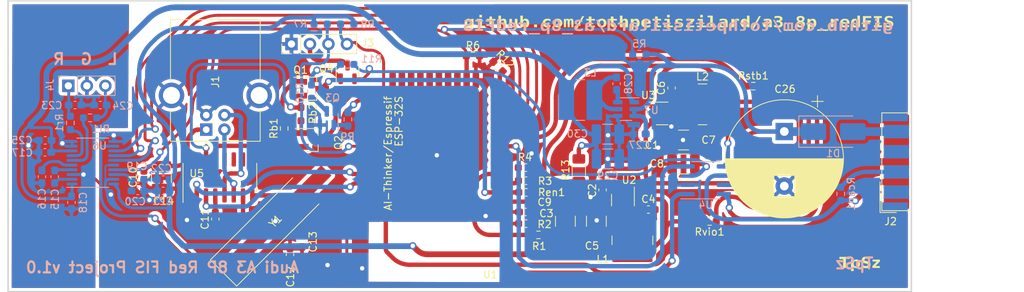
<source format=kicad_pcb>
(kicad_pcb (version 20240108) (generator "pcbnew") (generator_version "8.0")
  (layers (0 "F.Cu" signal) (31 "B.Cu" signal) (34 "B.Paste" user) (35 "F.Paste" user) (36 "B.SilkS" user "B.Silkscreen") (37 "F.SilkS" user "F.Silkscreen") (38 "B.Mask" user) (39 "F.Mask" user) (44 "Edge.Cuts" user))
  (net 0 "")
  (net 1 "GND")
  (net 2 "+12V")
  (net 3 "+3V3")
  (net 4 "Net-(U2-BST)")
  (net 5 "Net-(U2-SW)")
  (net 6 "Net-(U3-SW)")
  (net 7 "Net-(U3-BST)")
  (net 8 "+5V")
  (net 9 "+5VP")
  (net 10 "Net-(U5-V3)")
  (net 11 "Net-(U5-XI)")
  (net 12 "Net-(U5-XO)")
  (net 13 "Net-(U6-CAPM)")
  (net 14 "Net-(U6-CAPP)")
  (net 15 "Net-(U6-VNEG)")
  (net 16 "+3.3VA")
  (net 17 "Net-(U6-LDOO)")
  (net 18 "OUTR")
  (net 19 "OUTL")
  (net 20 "Net-(D1-A)")
  (net 21 "D-")
  (net 22 "D+")
  (net 25 "CANL")
  (net 27 "CANH")
  (net 29 "I2C_SCL")
  (net 30 "I2C_5V")
  (net 31 "I2C_SDA")
  (net 32 "RTS")
  (net 33 "Net-(Q1-B)")
  (net 34 "ESP_EN")
  (net 35 "IO0")
  (net 36 "Net-(Q2-B)")
  (net 37 "DTR")
  (net 38 "Net-(Q3-B)")
  (net 39 "Net-(Q3-C)")
  (net 40 "Net-(Q4-B)")
  (net 41 "ADC3V")
  (net 42 "ADC5V")
  (net 43 "MUTE")
  (net 44 "I2C_5VEN")
  (net 45 "Net-(U1-IO12)")
  (net 46 "Net-(U6-OUTL)")
  (net 47 "Net-(U6-OUTR)")
  (net 48 "STB")
  (net 49 "Net-(U4-STB)")
  (net 50 "Net-(U4-SPLIT)")
  (net 51 "I2S_SCK")
  (net 54 "I2S_DOUT")
  (net 59 "I2S_BCLK")
  (net 60 "CANTXD")
  (net 62 "ESP_TXD")
  (net 63 "CANRXD")
  (net 72 "ESP_RXD")
  (net 74 "I2S_LRC")
  (net 80 "Net-(U7-SW)")
  (net 81 "Net-(U7-BST)")
  (footprint "Resistor_SMD:R_0603_1608Metric_Pad0.98x0.95mm_HandSolder" (layer "F.Cu") (at 87.9 67.5625 90)
    (property "Reference" "Rb1")
    (property "Value" "1k" (hide yes))
  )
  (footprint "Resistor_SMD:R_0603_1608Metric_Pad0.98x0.95mm_HandSolder" (layer "F.Cu") (at 113.809981 57.59)
    (property "Reference" "R6")
    (property "Value" "10k")
  )
  (footprint "Connector_Dsub:DSUB-9_Male_EdgeMount_P2.77mm" (layer "F.Cu") (at 171.9375 72.15 90)
    (property "Reference" "J2")
    (property "Value" "DE9_Plug")
  )
  (footprint "Resistor_SMD:R_0603_1608Metric_Pad0.98x0.95mm_HandSolder" (layer "F.Cu") (at 122.8 82.2 180)
    (property "Reference" "R1")
    (property "Value" "33k")
  )
  (footprint "Connector_PinHeader_2.54mm:PinHeader_1x04_P2.54mm_Vertical" (layer "F.Cu") (at 88.9 55.95 90)
    (property "Reference" "J3")
    (property "Value" "Conn_01x04" (hide yes))
  )
  (footprint "Package_TO_SOT_SMD:SOT-23_Handsoldering" (layer "F.Cu") (at 91.8 69.15)
    (property "Reference" "Q2")
    (property "Value" "BC850")
  )
  (footprint "Capacitor_SMD:C_1210_3225Metric_Pad1.33x2.70mm_HandSolder" (layer "F.Cu") (at 126.5 80.325 90)
    (property "Reference" "C3")
    (property "Value" "22uF")
  )
  (footprint "Capacitor_SMD:C_0603_1608Metric_Pad1.08x0.95mm_HandSolder" (layer "F.Cu") (at 141.075 62 90)
    (property "Reference" "C6")
    (property "Value" "100nF")
  )
  (footprint "Resistor_SMD:R_0603_1608Metric_Pad0.98x0.95mm_HandSolder" (layer "F.Cu") (at 146.3 80.35 180)
    (property "Reference" "Rvio1")
    (property "Value" "0R")
  )
  (footprint "Resistor_SMD:R_0603_1608Metric_Pad0.98x0.95mm_HandSolder" (layer "F.Cu") (at 152.3 61.75)
    (property "Reference" "Rstb1")
    (property "Value" "1k")
  )
  (footprint "Capacitor_SMD:C_0603_1608Metric_Pad1.08x0.95mm_HandSolder" (layer "F.Cu") (at 90.35 83 90)
    (property "Reference" "C13")
    (property "Value" "22pF")
  )
  (footprint "Capacitor_SMD:C_0603_1608Metric_Pad1.08x0.95mm_HandSolder" (layer "F.Cu") (at 138.3875 68.3)
    (property "Reference" "C1")
    (property "Value" "10uF")
  )
  (footprint "Capacitor_SMD:C_1210_3225Metric_Pad1.33x2.70mm_HandSolder" (layer "F.Cu") (at 142.725 69.15 180)
    (property "Reference" "C7")
    (property "Value" "22uF")
  )
  (footprint "Capacitor_SMD:C_1210_3225Metric_Pad1.33x2.70mm_HandSolder" (layer "F.Cu") (at 71.05 74.2725 -90)
    (property "Reference" "C14")
    (property "Value" "22uF" (hide yes))
  )
  (footprint "Capacitor_SMD:C_0603_1608Metric_Pad1.08x0.95mm_HandSolder" (layer "F.Cu") (at 68.65 74.25 90)
    (property "Reference" "C10")
    (property "Value" "100nF" (hide yes))
  )
  (footprint "Capacitor_SMD:C_0603_1608Metric_Pad1.08x0.95mm_HandSolder" (layer "F.Cu") (at 131.6 76.0125 -90)
    (property "Reference" "C2")
    (property "Value" "10uF" (hide yes))
  )
  (footprint "Resistor_SMD:R_0603_1608Metric_Pad0.98x0.95mm_HandSolder" (layer "F.Cu") (at 117.25 59.05 -45)
    (property "Reference" "R12")
    (property "Value" "1k")
  )
  (footprint "Package_TO_SOT_SMD:TSOT-23-6" (layer "F.Cu") (at 139.7875 65.5)
    (property "Reference" "U3")
    (property "Value" "AP63205WU" (hide yes))
  )
  (footprint "Resistor_SMD:R_0603_1608Metric_Pad0.98x0.95mm_HandSolder" (layer "F.Cu") (at 121.009981 76.35 180)
    (property "Reference" "Ren1")
    (property "Value" "1k" (hide yes))
  )
  (footprint "Package_TO_SOT_SMD:SOT-23_Handsoldering" (layer "F.Cu") (at 91.6 62.1)
    (property "Reference" "Q1")
    (property "Value" "BC850" (hide yes))
  )
  (footprint "Capacitor_SMD:C_0603_1608Metric_Pad1.08x0.95mm_HandSolder" (layer "F.Cu") (at 137.9 78.7125)
    (property "Reference" "C4")
    (property "Value" "100nF")
  )
  (footprint "Inductor_SMD:L_TracoPower_TCK-047_5.2x5.8mm" (layer "F.Cu") (at 145.325 64.25 180)
    (property "Reference" "L2")
    (property "Value" "4.7uH")
  )
  (footprint "Package_TO_SOT_SMD:TSOT-23-6" (layer "F.Cu") (at 134.4 77.4125 -90)
    (property "Reference" "U2")
    (property "Value" "AP63203WU" (hide yes))
  )
  (footprint "Capacitor_SMD:C_1210_3225Metric_Pad1.33x2.70mm_HandSolder" (layer "F.Cu") (at 142.7125 72.45 180)
    (property "Reference" "C8")
    (property "Value" "22uF")
  )
  (footprint "Crystal:Crystal_SMD_HC49-SD_HandSoldering" (layer "F.Cu") (at 86.7 80.3125 45)
    (property "Reference" "Y1")
    (property "Value" "12Mhz")
  )
  (footprint "ESP32-footprints-Lib:ESP-32S" (layer "F.Cu") (at 108.447434 69.382662 180)
    (property "Reference" "U1")
    (property "Value" "ESP-32S")
  )
  (footprint "Resistor_SMD:R_1206_3216Metric_Pad1.30x1.75mm_HandSolder" (layer "F.Cu") (at 128.35 73.3 90)
    (property "Reference" "R13")
    (property "Value" "10R" (hide yes))
  )
  (footprint "Capacitor_THT:CP_Radial_D16.0mm_P7.50mm" (layer "F.Cu") (at 156.55 67.987246 -90)
    (property "Reference" "C26")
    (property "Value" "470uF")
  )
  (footprint "Capacitor_SMD:C_0603_1608Metric_Pad1.08x0.95mm_HandSolder" (layer "F.Cu") (at 78.45 80.0225 90)
    (property "Reference" "C11")
    (property "Value" "100nF")
  )
  (footprint "Resistor_SMD:R_0603_1608Metric_Pad0.98x0.95mm_HandSolder" (layer "F.Cu") (at 90.2 65.6 -90)
    (property "Reference" "Rb2")
    (property "Value" "1k" (hide yes))
  )
  (footprint "Resistor_SMD:R_0603_1608Metric_Pad0.98x0.95mm_HandSolder" (layer "F.Cu") (at 120.972481 74.75 180)
    (property "Reference" "R3")
    (property "Value" "47k")
  )
  (footprint "Capacitor_SMD:C_1210_3225Metric_Pad1.33x2.70mm_HandSolder" (layer "F.Cu") (at 130.75 80.325 90)
    (property "Reference" "C5")
    (property "Value" "22uF")
  )
  (footprint "Package_SO:SOIC-16_3.9x9.9mm_P1.27mm" (layer "F.Cu") (at 79.075 74.2975 90)
    (property "Reference" "U5")
    (property "Value" "CH340G")
  )
  (footprint "Resistor_SMD:R_0603_1608Metric_Pad0.98x0.95mm_HandSolder" (layer "F.Cu") (at 120.9875 80.65 180)
    (property "Reference" "R2")
    (property "Value" "10k" (hide yes))
  )
  (footprint "Package_TO_SOT_SMD:SOT-23" (layer "F.Cu") (at 96.6 59.8 90)
    (property "Reference" "Q4")
    (property "Value" "BC857" (hide yes))
  )
  (footprint "Resistor_SMD:R_0603_1608Metric_Pad0.98x0.95mm_HandSolder" (layer "F.Cu") (at 120.95 72.95)
    (property "Reference" "R4")
    (property "Value" "10k")
  )
  (footprint "Capacitor_SMD:C_0603_1608Metric_Pad1.08x0.95mm_HandSolder" (layer "F.Cu") (at 121 79.05 180)
    (property "Reference" "C9")
    (property "Value" "100nF" (hide yes))
  )
  (footprint "Inductor_SMD:L_TracoPower_TCK-047_5.2x5.8mm" (layer "F.Cu") (at 135.7 82.9375 90)
    (property "Reference" "L1")
    (property "Value" "3.9uH")
  )
  (footprint "Connector_USB:USB_B_OST_USB-B1HSxx_Horizontal" (layer "F.Cu") (at 77.2 67.7275 90)
    (property "Reference" "J1")
    (property "Value" "USB_B")
  )
  (footprint "Capacitor_SMD:C_0603_1608Metric_Pad1.08x0.95mm_HandSolder" (layer "F.Cu") (at 88.7 84.9125 -90)
    (property "Reference" "C12")
    (property "Value" "22pF")
  )
  (footprint "Capacitor_SMD:C_0603_1608Metric_Pad1.08x0.95mm_HandSolder" (layer "B.Cu") (at 133.525 61.4 90)
    (property "Reference" "C28")
    (property "Value" "100nF")
  )
  (footprint "Package_TO_SOT_SMD:TSOT-23-6" (layer "B.Cu") (at 134.825 64.9 180)
    (property "Reference" "U7")
    (property "Value" "AP63203WU")
  )
  (footprint "Capacitor_SMD:C_0603_1608Metric_Pad1.08x0.95mm_HandSolder" (layer "B.Cu") (at 71.3 74.6 180)
    (property "Reference" "C22")
    (property "Value" "100nF" (hide yes))
  )
  (footprint "Capacitor_SMD:C_0603_1608Metric_Pad1.08x0.95mm_HandSolder" (layer "B.Cu") (at 62.6625 64.35)
    (property "Reference" "C24")
    (property "Value" "2.2nF")
  )
  (footprint "Capacitor_SMD:C_0603_1608Metric_Pad1.08x0.95mm_HandSolder" (layer "B.Cu") (at 67.8 74.55)
    (property "Reference" "C19")
    (property "Value" "10uF" (hide yes))
  )
  (footprint "Resistor_SMD:R_0603_1608Metric_Pad0.98x0.95mm_HandSolder" (layer "B.Cu") (at 61.25 66.1)
    (property "Reference" "Rl1")
    (property "Value" "470R")
  )
  (footprint "Capacitor_SMD:C_1210_3225Metric_Pad1.33x2.70mm_HandSolder" (layer "B.Cu") (at 132.325 68.35)
    (property "Reference" "C30")
    (property "Value" "22uF")
  )
  (footprint "Capacitor_SMD:C_0603_1608Metric_Pad1.08x0.95mm_HandSolder" (layer "B.Cu") (at 55.1 69.2 180)
    (property "Reference" "C25")
    (property "Value" "10uF")
  )
  (footprint "Capacitor_SMD:C_0603_1608Metric_Pad1.08x0.95mm_HandSolder" (layer "B.Cu") (at 71.3 76.15 180)
    (property "Reference" "C21")
    (property "Value" "10uF" (hide yes))
  )
  (footprint "Package_SO:SOIC-8_3.9x4.9mm_P1.27mm" (layer "B.Cu") (at 145.775 74.685)
    (property "Reference" "U4")
    (property "Value" "TJA1049T")
  )
  (footprint "Resistor_SMD:R_0603_1608Metric_Pad0.98x0.95mm_HandSolder" (layer "B.Cu") (at 91.65 62.5 -90)
    (property "Reference" "R10")
    (property "Value" "1k")
  )
  (footprint "Resistor_SMD:R_0603_1608Metric_Pad0.98x0.95mm_HandSolder" (layer "B.Cu") (at 136.65 57.35 180)
    (property "Reference" "R5")
    (property "Value" "47k")
  )
  (footprint "Capacitor_SMD:C_0603_1608Metric_Pad1.08x0.95mm_HandSolder" (layer "B.Cu") (at 56.4 74.2 90)
    (property "Reference" "C15")
    (property "Value" "2.2uF")
  )
  (footprint "Capacitor_SMD:C_0603_1608Metric_Pad1.08x0.95mm_HandSolder" (layer "B.Cu") (at 55.0625 70.85)
    (property "Reference" "C17")
    (property "Value" "100nF")
  )
  (footprint "Package_SO:TSSOP-20_4.4x6.5mm_P0.65mm" (layer "B.Cu") (at 61.6375 72.275)
    (property "Reference" "U6")
    (property "Value" "PCM5102A")
  )
  (footprint "Resistor_SMD:R_0603_1608Metric_Pad0.98x0.95mm_HandSolder" (layer "B.Cu") (at 58.55 66.8 90)
    (property "Reference" "Rr1")
    (property "Value" "470R")
  )
  (footprint "Resistor_SMD:R_0603_1608Metric_Pad0.98x0.95mm_HandSolder" (layer "B.Cu") (at 96.55 58.75 180)
    (property "Reference" "R11")
    (property "Value" "10k")
  )
  (footprint "Diode_SMD:D_SMB_Handsoldering" (layer "B.Cu") (at 163.25 68)
    (property "Reference" "D1")
    (property "Value" "D")
  )
  (footprint "Capacitor_SMD:C_0603_1608Metric_Pad1.08x0.95mm_HandSolder" (layer "B.Cu") (at 136.675 68.35 180)
    (property "Reference" "C27")
    (property "Value" "10uF")
  )
  (footprint "Connector_PinHeader_2.54mm:PinHeader_1x03_P2.54mm_Vertical" (layer "B.Cu") (at 58.275 61.7 -90)
    (property "Reference" "J4")
    (property "Value" "Conn_01x03" (hide yes))
  )
  (footprint "Package_TO_SOT_SMD:SOT-23" (layer "B.Cu") (at 93.75 66.15 90)
    (property "Reference" "Q3")
    (property "Value" "BC850" (hide yes))
  )
  (footprint "Resistor_SMD:R_0603_1608Metric_Pad0.98x0.95mm_HandSolder" (layer "B.Cu") (at 164.3 76.55 90)
    (property "Reference" "Rcan1")
    (property "Value" "120")
  )
  (footprint "Capacitor_SMD:C_1210_3225Metric_Pad1.33x2.70mm_HandSolder" (layer "B.Cu") (at 132.325 71.75)
    (property "Reference" "C29")
    (property "Value" "22uF")
  )
  (footprint "Resistor_SMD:R_0603_1608Metric_Pad0.98x0.95mm_HandSolder" (layer "B.Cu") (at 92.9 53.2)
    (property "Reference" "R7")
    (property "Value" "4k7")
  )
  (footprint "Capacitor_SMD:C_0603_1608Metric_Pad1.08x0.95mm_HandSolder" (layer "B.Cu") (at 59.1875 64.35 180)
    (property "Reference" "C23")
    (property "Value" "2.2nF")
  )
  (footprint "Inductor_SMD:L_TracoPower_TCK-047_5.2x5.8mm" (layer "B.Cu") (at 128.55 63.65)
    (property "Reference" "L3")
    (property "Value" "3.9uH")
  )
  (footprint "Resistor_SMD:R_0603_1608Metric_Pad0.98x0.95mm_HandSolder" (layer "B.Cu") (at 96.65 66.3125 -90)
    (property "Reference" "R9")
    (property "Value" "1k")
  )
  (footprint "Capacitor_SMD:C_0603_1608Metric_Pad1.08x0.95mm_HandSolder" (layer "B.Cu") (at 67.8 76.15 180)
    (property "Reference" "C20")
    (property "Value" "100nF" (hide yes))
  )
  (footprint "Resistor_SMD:R_0603_1608Metric_Pad0.98x0.95mm_HandSolder" (layer "B.Cu") (at 96.55 53.2 180)
    (property "Reference" "R8")
    (property "Value" "4k7")
  )
  (footprint "Capacitor_SMD:C_0603_1608Metric_Pad1.08x0.95mm_HandSolder" (layer "B.Cu") (at 54.65 74.2 -90)
    (property "Reference" "C16")
    (property "Value" "2.2uF")
  )
  (footprint "Capacitor_SMD:C_0603_1608Metric_Pad1.08x0.95mm_HandSolder" (layer "B.Cu") (at 58.7 77.75 -90)
    (property "Reference" "C18")
    (property "Value" "10uF")
  )
  (gr_rect (start 50 50) (end 174 90) (stroke (width 0.2)) (fill none) (layer "Edge.Cuts"))
  (gr_text "L  G  R" (at 65.2 58.9 0) (layer "B.SilkS") (effects (font (size 1.5 1.5) (thickness 0.3) (bold yes)) (justify left bottom mirror)))
  (gr_text "TpSz" (at 168.95 87 0) (layer "B.SilkS") (effects (font (size 1.5 1.5) (thickness 0.3) (bold yes)) (justify left bottom mirror)))
  (gr_text "Audi A3 8P Red FIS Project v1.0" (at 90.1 87.55 0) (layer "B.SilkS") (effects (font (size 1.5 1.5) (thickness 0.3) (bold yes)) (justify left bottom mirror)))
  (gr_text "github.com/tothpetiszilard/a3_8p_redFIS" (at 171.5 54.4 0) (layer "B.SilkS") (effects (font (size 1.5 1.8) (thickness 0.3) (bold yes)) (justify left bottom mirror)))
  (gr_text "TpSz" (at 164.1 87 0) (layer "F.SilkS") (effects (font (size 1.5 1.5) (thickness 0.3) (bold yes)) (justify left bottom)))
  (gr_text "github.com/tothpetiszilard/a3_8p_redFIS" (at 112.55 53.9 0) (layer "F.SilkS") (effects (font (size 1.5 1.8) (thickness 0.3) (bold yes)) (justify left bottom)))
  (segment (start 140.9875 67.2375) (end 141.05 67.3) (width 0.6) (layer "F.Cu") (net 1))
  (segment (start 69.01125 75.47375) (end 68.65 75.1125) (width 0.6) (layer "F.Cu") (net 1))
  (segment (start 131.11276 78.55) (end 133.45 78.55) (width 0.6) (layer "F.Cu") (net 1))
  (segment (start 60.85 73.9) (end 60.35 73.9) (width 0.4) (layer "F.Cu") (net 1))
  (segment (start 61.703553 74.253553) (end 64.1 76.65) (width 0.4) (layer "F.Cu") (net 1))
  (segment (start 139.78125 68.3) (end 139.25 68.3) (width 0.6) (layer "F.Cu") (net 1))
  (segment (start 90.25625 83.95625) (end 90.35 83.8625) (width 0.6) (layer "F.Cu") (net 1))
  (segment (start 171.9375 72.15) (end 167.95 72.15) (width 1) (layer "F.Cu") (net 1))
  (segment (start 71.88875 75.835) (end 73.029587 75.835) (width 0.6) (layer "F.Cu") (net 1))
  (segment (start 131.6 77.39375) (end 131.6 76.875) (width 0.6) (layer "F.Cu") (net 1))
  (segment (start 90.029917 84.05) (end 88.7 84.05) (width 0.6) (layer "F.Cu") (net 1))
  (segment (start 71.88875 75.835) (end 70.21125 75.835) (width 0.6) (layer "F.Cu") (net 1))
  (segment (start 140.925 67.086611) (end 140.925 66.45) (width 0.6) (layer "F.Cu") (net 1))
  (segment (start 140.68815 68.67565) (end 141.1625 69.15) (width 0.6) (layer "F.Cu") (net 1))
  (segment (start 130.856249 78.656249) (end 131.233188 78.279311) (width 0.6) (layer "F.Cu") (net 1))
  (segment (start 121.85625 71.00625) (end 121.85 71) (width 0.6) (layer "F.Cu") (net 1))
  (segment (start 121.8625 71.021338) (end 121.8625 72.95) (width 0.6) (layer "F.Cu") (net 1))
  (segment (start 74.16125 76.30375) (end 74.63 76.7725) (width 0.6) (layer "F.Cu") (net 1))
  (segment (start 70.21125 75.835) (end 69.883384 75.835) (width 0.6) (layer "F.Cu") (net 1))
  (via (at 98.6 86.8) (size 1) (drill 0.6) (layers "F.Cu" "B.Cu") (net 1))
  (via (at 108.85 71.25) (size 1) (drill 0.6) (layers "F.Cu" "B.Cu") (net 1))
  (via (at 52.8 69.9) (size 1) (drill 0.6) (layers "F.Cu" "B.Cu") (net 1))
  (via (at 93.85 86.35) (size 1) (drill 0.6) (layers "F.Cu" "B.Cu") (net 1))
  (via (at 129.95 77) (size 1) (drill 0.6) (layers "F.Cu" "B.Cu") (net 1))
  (via (at 69.4 77.4) (size 1) (drill 0.6) (layers "F.Cu" "B.Cu") (net 1))
  (via (at 64.1 76.65) (size 1) (drill 0.6) (layers "F.Cu" "B.Cu") (net 1))
  (via (at 64.5 68.5) (size 1) (drill 0.6) (layers "F.Cu" "B.Cu") (net 1))
  (via (at 57.45 69.6) (size 1) (drill 0.6) (layers "F.Cu" "B.Cu") (net 1))
  (via (at 132.325 71.75) (size 1) (drill 0.6) (layers "F.Cu" "B.Cu") (net 1))
  (via (at 115.55 79.6) (size 1) (drill 0.6) (layers "F.Cu" "B.Cu") (net 1))
  (via (at 141.05 67.3) (size 1) (drill 0.6) (layers "F.Cu" "B.Cu") (net 1))
  (via (at 139.25 70.2) (size 1) (drill 0.6) (layers "F.Cu" "B.Cu") (net 1))
  (via (at 60.35 73.9) (size 1) (drill 0.6) (layers "F.Cu" "B.Cu") (net 1))
  (via (at 130.8 80.2) (size 1) (drill 0.6) (layers "F.Cu" "B.Cu") (net 1))
  (via (at 74.55 80.15) (size 1) (drill 0.6) (layers "F.Cu" "B.Cu") (net 1))
  (via (at 86.7 80.3125) (size 1) (drill 0.6) (layers "F.Cu" "B.Cu") (net 1))
  (via (at 142.65 69.15) (size 1) (drill 0.6) (layers "F.Cu" "B.Cu") (net 1))
  (via (at 132.35 68.5) (size 1) (drill 0.6) (layers "F.Cu" "B.Cu") (net 1))
  (via (at 121.85 71) (size 1) (drill 0.6) (layers "F.Cu" "B.Cu") (net 1))
  (arc (start 131.11276 78.55) (mid 130.973937 78.577613) (end 130.85625 78.65625) (width 0.6) (layer "F.Cu") (net 1))
  (arc (start 90.25625 83.95625) (mid 90.152407 84.025635) (end 90.029917 84.05) (width 0.6) (layer "F.Cu") (net 1))
  (arc (start 61.703553 74.253553) (mid 61.311939 73.991885) (end 60.85 73.9) (width 0.4) (layer "F.Cu") (net 1))
  (arc (start 130.856249 78.656249) (mid 130.856249 78.656249) (end 130.85625 78.65625) (width 0.6) (layer "F.Cu") (net 1))
  (arc (start 131.6 77.39375) (mid 131.504668 77.873012) (end 131.233188 78.279311) (width 0.6) (layer "F.Cu") (net 1))
  (arc (start 121.85625 71.00625) (mid 121.860875 71.013172) (end 121.8625 71.021338) (width 0.6) (layer "F.Cu") (net 1))
  (arc (start 140.68815 68.67565) (mid 140.27206 68.397628) (end 139.78125 68.3) (width 0.6) (layer "F.Cu") (net 1))
  (arc (start 69.01125 75.47375) (mid 69.411388 75.741114) (end 69.883384 75.835) (width 0.6) (layer "F.Cu") (net 1))
  (arc (start 140.925 67.086611) (mid 140.941243 67.168271) (end 140.9875 67.2375) (width 0.6) (layer "F.Cu") (net 1))
  (arc (start 74.16125 76.30375) (mid 73.642038 75.956824) (end 73.029587 75.835) (width 0.6) (layer "F.Cu") (net 1))
  (segment (start 63.576966 74.675655) (end 63.601966 74.650655) (width 0.4) (layer "B.Cu") (net 1))
  (segment (start 63.84497 74.55) (end 64.5 74.55) (width 0.4) (layer "B.Cu") (net 1))
  (segment (start 63.35 72.856066) (end 63.35 74.493006) (width 0.2) (layer "B.Cu") (net 1))
  (segment (start 64.5 69.35) (end 65.6 69.35) (width 0.4) (layer "B.Cu") (net 1))
  (segment (start 58.775 69.35) (end 57.7 69.35) (width 0.4) (layer "B.Cu") (net 1))
  (segment (start 57.45 69.6) (end 57.65 69.8) (width 0.4) (layer "B.Cu") (net 1))
  (segment (start 63.576966 74.675655) (end 63.425655 74.826966) (width 0.4) (layer "B.Cu") (net 1))
  (segment (start 58.132842 70) (end 58.775 70) (width 0.4) (layer "B.Cu") (net 1))
  (segment (start 63.606066 72.6) (end 64.5 72.6) (width 0.2) (layer "B.Cu") (net 1))
  (segment (start 63.35 75.401311) (end 63.35 75.009615) (width 0.4) (layer "B.Cu") (net 1))
  (segment (start 58.775 70) (end 58.775 69.35) (width 0.4) (layer "B.Cu") (net 1))
  (segment (start 57.7 69.35) (end 57.45 69.6) (width 0.4) (layer "B.Cu") (net 1))
  (segment (start 60.35 73.9) (end 58.775 73.9) (width 0.4) (layer "B.Cu") (net 1))
  (segment (start 63.702626 76.252626) (end 64.1 76.65) (width 0.4) (layer "B.Cu") (net 1))
  (arc (start 63.425655 74.675655) (mid 63.50131 74.706992) (end 63.576966 74.675655) (width 0.2) (layer "B.Cu") (net 1))
  (arc (start 63.35 74.493006) (mid 63.369662 74.591855) (end 63.425655 74.675655) (width 0.2) (layer "B.Cu") (net 1))
  (arc (start 63.606066 72.6) (mid 63.508073 72.619491) (end 63.425 72.675) (width 0.2) (layer "B.Cu") (net 1))
  (arc (start 63.425655 74.826966) (mid 63.456992 74.75131) (end 63.425655 74.675655) (width 0.4) (layer "B.Cu") (net 1))
  (arc (start 63.84497 74.55) (mid 63.713457 74.576159) (end 63.601966 74.650655) (width 0.4) (layer "B.Cu") (net 1))
  (arc (start 57.65 69.8) (mid 57.871529 69.948021) (end 58.132842 70) (width 0.4) (layer "B.Cu") (net 1))
  (arc (start 63.425655 74.826966) (mid 63.369662 74.910766) (end 63.35 75.009615) (width 0.4) (layer "B.Cu") (net 1))
  (arc (start 63.425 72.675) (mid 63.369491 72.758073) (end 63.35 72.856066) (width 0.2) (layer "B.Cu") (net 1))
  (arc (start 63.35 75.401311) (mid 63.441644 75.862039) (end 63.702626 76.252626) (width 0.4) (layer "B.Cu") (net 1))
  (segment (start 133.45 76.275) (end 134.4 76.275) (width 0.6) (layer "F.Cu") (net 2))
  (segment (start 150.4 69.575) (end 150.4 73.99038) (width 0.6) (layer "F.Cu") (net 2))
  (segment (start 137.525 67.9375) (end 137.525 68.3) (width 0.6) (layer "F.Cu") (net 2))
  (segment (start 137.423483 72.526516) (end 137.15 72.8) (width 0.6) (layer "F.Cu") (net 2))
  (segment (start 153.117787 67.987246) (end 156.55 67.987246) (width 0.6) (layer "F.Cu") (net 2))
  (segment (start 137.525 72.5375) (end 137.525 73.862347) (width 0.6) (layer "F.Cu") (net 2))
  (segment (start 131.6 75.15) (end 132.937867 75.15) (width 0.6) (layer "F.Cu") (net 2))
  (segment (start 131.6 74.038908) (end 131.6 75.15) (width 0.6) (layer "F.Cu") (net 2))
  (segment (start 133.45 75.662132) (end 133.45 76.275) (width 0.6) (layer "F.Cu") (net 2))
  (segment (start 137.525 72.4625) (end 137.525 68.3) (width 0.6) (layer "F.Cu") (net 2))
  (segment (start 137.525 72.4625) (end 137.525 72.5375) (width 0.6) (layer "F.Cu") (net 2))
  (segment (start 138.65 66.45) (end 138.65 65.5) (width 0.6) (layer "F.Cu") (net 2))
  (segment (start 136.425735 73.1) (end 132.538908 73.1) (width 0.6) (layer "F.Cu") (net 2))
  (segment (start 151.231376 68.768622) (end 150.467677 69.532322) (width 0.6) (layer "F.Cu") (net 2))
  (segment (start 149.29038 75.1) (end 138.762652 75.1) (width 0.6) (layer "F.Cu") (net 2))
  (segment (start 137.781326 67.318673) (end 138.65 66.45) (width 0.6) (layer "F.Cu") (net 2))
  (arc (start 137.525 72.5375) (mid 137.514016 72.510983) (end 137.4875 72.5) (width 0.6) (layer "F.Cu") (net 2))
  (arc (start 137.525 73.862347) (mid 137.61921 74.335976) (end 137.8875 74.7375) (width 0.6) (layer "F.Cu") (net 2))
  (arc (start 137.4875 72.5) (mid 137.452854 72.506891) (end 137.423483 72.526516) (width 0.6) (layer "F.Cu") (net 2))
  (arc (start 133.3 75.3) (mid 133.133852 75.188983) (end 132.937867 75.15) (width 0.6) (layer "F.Cu") (net 2))
  (arc (start 150.467677 69.532322) (mid 150.448096 69.545405) (end 150.425 69.55) (width 0.6) (layer "F.Cu") (net 2))
  (arc (start 153.117787 67.987246) (mid 152.096869 68.190318) (end 151.231376 68.768622) (width 0.6) (layer "F.Cu") (net 2))
  (arc (start 132.538908 73.1) (mid 132.179603 73.17147) (end 131.875 73.375) (width 0.6) (layer "F.Cu") (net 2))
  (arc (start 131.875 73.375) (mid 131.67147 73.679603) (end 131.6 74.038908) (width 0.6) (layer "F.Cu") (net 2))
  (arc (start 150.4 73.99038) (mid 150.315535 74.415013) (end 150.075 74.775) (width 0.6) (layer "F.Cu") (net 2))
  (arc (start 150.425 69.55) (mid 150.407322 69.557322) (end 150.4 69.575) (width 0.6) (layer "F.Cu") (net 2))
  (arc (start 150.075 74.775) (mid 149.715013 75.015535) (end 149.29038 75.1) (width 0.6) (layer "F.Cu") (net 2))
  (arc (start 137.15 72.8) (mid 136.817704 73.022032) (end 136.425735 73.1) (width 0.6) (layer "F.Cu") (net 2))
  (arc (start 133.3 75.3) (mid 133.411016 75.466147) (end 133.45 75.662132) (width 0.6) (layer "F.Cu") (net 2))
  (arc (start 137.4875 72.5) (mid 137.514016 72.489016) (end 137.525 72.4625) (width 0.6) (layer "F.Cu") (net 2))
  (arc (start 137.8875 74.7375) (mid 138.289023 75.005789) (end 138.762652 75.1) (width 0.6) (layer "F.Cu") (net 2))
  (arc (start 137.781326 67.318673) (mid 137.591616 67.602593) (end 137.525 67.9375) (width 0.6) (layer "F.Cu") (net 2))
  (segment (start 136.4375 64.9) (end 136.50625 64.9) (width 0.6) (layer "B.Cu") (net 2))
  (segment (start 136.61993 65.85) (end 135.9625 65.85) (width 0.6) (layer "B.Cu") (net 2))
  (segment (start 146.520101 58.95) (end 142.05 58.95) (width 0.6) (layer "B.Cu") (net 2))
  (segment (start 137.5375 66.767569) (end 137.5375 68.35) (width 0.6) (layer "B.Cu") (net 2))
  (segment (start 138.35 60.40104) (end 138.35 62.680761) (width 0.6) (layer "B.Cu") (net 2))
  (segment (start 142.05 58.95) (end 140.15 58.95) (width 0.6) (layer "B.Cu") (net 2))
  (segment (start 156.571772 68) (end 160.55 68) (width 1.2) (layer "B.Cu") (net 2))
  (segment (start 140.185009 58.035009) (end 140.428248 58.278248) (width 0.6) (layer "B.Cu") (net 2))
  (segment (start 138.53125 57.35) (end 137.5625 57.35) (width 0.6) (layer "B.Cu") (net 2))
  (segment (start 135.9625 65.375) (end 135.9625 65.85) (width 0.6) (layer "B.Cu") (net 2))
  (segment (start 139.80104 58.95) (end 140.15 58.95) (width 0.6) (layer "B.Cu") (net 2))
  (segment (start 137.434489 64.51551) (end 137.7 64.25) (width 0.6) (layer "B.Cu") (net 2))
  (segment (start 151.3 63.729898) (end 151.3 65.789779) (width 0.6) (layer "B.Cu") (net 2))
  (segment (start 153.497466 67.987246) (end 156.540981 67.987246) (width 0.6) (layer "B.Cu") (net 2))
  (arc (start 136.4375 64.9) (mid 136.101624 65.039124) (end 135.9625 65.375) (width 0.6) (layer "B.Cu") (net 2))
  (arc (start 151.943623 67.343623) (mid 152.656532 67.819973) (end 153.497466 67.987246) (width 0.6) (layer "B.Cu") (net 2))
  (arc (start 156.556377 67.993623) (mid 156.549313 67.988903) (end 156.540981 67.987246) (width 1.2) (layer "B.Cu") (net 2))
  (arc (start 137.434489 64.51551) (mid 137.008609 64.800074) (end 136.50625 64.9) (width 0.6) (layer "B.Cu") (net 2))
  (arc (start 140.185009 58.035009) (mid 139.426258 57.528028) (end 138.53125 57.35) (width 0.6) (layer "B.Cu") (net 2))
  (arc (start 156.556377 67.993623) (mid 156.56344 67.998342) (end 156.571772 68) (width 1.2) (layer "B.Cu") (net 2))
  (arc (start 151.3 65.789779) (mid 151.467272 66.630713) (end 151.943623 67.343623) (width 0.6) (layer "B.Cu") (net 2))
  (arc (start 140.15 58.95) (mid 140.513549 58.707083) (end 140.428248 58.278248) (width 0.6) (layer "B.Cu") (net 2))
  (arc (start 139.80104 58.95) (mid 139.245751 59.060453) (end 138.775 59.375) (width 0.6) (layer "B.Cu") (net 2))
  (arc (start 149.9 60.35) (mid 148.349289 59.313848) (end 146.520101 58.95) (width 0.6) (layer "B.Cu") (net 2))
  (arc (start 137.26875 66.11875) (mid 137.467654 66.41643) (end 137.5375 66.767569) (width 0.6) (layer "B.Cu") (net 2))
  (arc (start 138.35 62.680761) (mid 138.18107 63.530027) (end 137.7 64.25) (width 0.6) (layer "B.Cu") (net 2))
  (arc (start 138.775 59.375) (mid 138.460453 59.845751) (end 138.35 60.40104) (width 0.6) (layer "B.Cu") (net 2))
  (arc (start 137.26875 66.11875) (mid 136.971068 65.919845) (end 136.61993 65.85) (width 0.6) (layer "B.Cu") (net 2))
  (arc (start 149.9 60.35) (mid 150.936151 61.90071) (end 151.3 63.729898) (width 0.6) (layer "B.Cu") (net 2))
  (arc (start 140.428248 58.278248) (mid 141.172314 58.775417) (end 142.05 58.95) (width 0.6) (layer "B.Cu") (net 2))
  (segment (start 126.5 81.8875) (end 130.75 81.8875) (width 0.6) (layer "F.Cu") (net 3))
  (segment (start 124.24597 81.8875) (end 126.5 81.8875) (width 0.6) (layer "F.Cu") (net 3))
  (segment (start 134.7125 84.8625) (end 136.6875 84.8625) (width 0.6) (layer "F.Cu") (net 3))
  (segment (start 136.6875 84.8625) (end 134.7125 84.8625) (width 0.6) (layer "F.Cu") (net 3))
  (segment (start 105.55 83.7) (end 106.13125 84.28125) (width 0.8) (layer "F.Cu") (net 3))
  (segment (start 125.76066 74.85) (end 128.35 74.85) (width 0.6) (layer "F.Cu") (net 3))
  (segment (start 141.459619 80.35) (end 145.3875 80.35) (width 0.6) (layer "F.Cu") (net 3))
  (segment (start 138.457864 84.142134) (end 139.908058 82.691941) (width 0.6) (layer "F.Cu") (net 3))
  (segment (start 134.7125 84.8625) (end 107.534511 84.8625) (width 0.8) (layer "F.Cu") (net 3))
  (segment (start 121.96124 77.038759) (end 121.61625 77.38375) (width 0.6) (layer "F.Cu") (net 3))
  (segment (start 123.86875 82.04375) (end 123.7125 82.2) (width 0.6) (layer "F.Cu") (net 3))
  (segment (start 133.026732 84.164232) (end 130.75 81.8875) (width 0.6) (layer "F.Cu") (net 3))
  (segment (start 121.8625 79.05) (end 121.8625 78.47075) (width 0.6) (layer "F.Cu") (net 3))
  (segment (start 135.8625 76.7875) (end 135.35 76.275) (width 0.6) (layer "F.Cu") (net 3))
  (segment (start 140.35 81.459619) (end 140.35 80.54038) (width 0.6) (layer "F.Cu") (net 3))
  (segment (start 136.6875 84.8625) (end 136.71875 84.8625) (width 0.6) (layer "F.Cu") (net 3))
  (segment (start 123.949999 75.599999) (end 123.651671 75.898328) (width 0.6) (layer "F.Cu") (net 3))
  (segment (start 123.334489 79.434489) (end 123.4875 79.5875) (width 0.6) (layer "F.Cu") (net 3))
  (segment (start 124.025 81.666529) (end 124.025 80.885139) (width 0.6) (layer "F.Cu") (net 3))
  (segment (start 139.325735 77.3) (end 137.099784 77.3) (width 0.6) (layer "F.Cu") (net 3))
  (segment (start 140.35 81.459619) (end 140.35 81.625) (width 0.6) (layer "F.Cu") (net 3))
  (segment (start 121.922481 76.35) (end 122.56124 76.35) (width 0.6) (layer "F.Cu") (net 3))
  (segment (start 121.922481 76.867666) (end 121.922481 76.35) (width 0.6) (layer "F.Cu") (net 3))
  (segment (start 122.40625 79.05) (end 121.8625 79.05) (width 0.6) (layer "F.Cu") (net 3))
  (segment (start 140.35 80.54038) (end 140.35 78.324264) (width 0.6) (layer "F.Cu") (net 3))
  (segment (start 121.021749 77.63) (end 117.5 77.63) (width 0.6) (layer "F.Cu") (net 3))
  (via (at 105.55 83.7) (size 1) (drill 0.6) (layers "F.Cu" "B.Cu") (net 3))
  (arc (start 133.026732 84.164232) (mid 133.800168 84.681026) (end 134.7125 84.8625) (width 0.6) (layer "F.Cu") (net 3))
  (arc (start 140.05 77.6) (mid 140.272032 77.932295) (end 140.35 78.324264) (width 0.6) (layer "F.Cu") (net 3))
  (arc (start 138.457864 84.142134) (mid 137.659952 84.675282) (end 136.71875 84.8625) (width 0.6) (layer "F.Cu") (net 3))
  (arc (start 121.922481 76.867666) (mid 121.932554 76.918308) (end 121.96124 76.96124) (width 0.6) (layer "F.Cu") (net 3))
  (arc (start 121.96124 76.96124) (mid 121.977294 76.999999) (end 121.96124 77.038759) (width 0.6) (layer "F.Cu") (net 3))
  (arc (start 121.61625 77.87625) (mid 121.34349 77.693998) (end 121.021749 77.63) (width 0.6) (layer "F.Cu") (net 3))
  (arc (start 123.86875 82.04375) (mid 123.984391 81.870679) (end 124.025 81.666529) (width 0.6) (layer "F.Cu") (net 3))
  (arc (start 123.4875 79.5875) (mid 123.885308 80.182861) (end 124.025 80.885139) (width 0.6) (layer "F.Cu") (net 3))
  (arc (start 135.8625 76.7875) (mid 136.43017 77.166805) (end 137.099784 77.3) (width 0.6) (layer "F.Cu") (net 3))
  (arc (start 140.35 80.54038) (mid 140.467525 80.716269) (end 140.675 80.675) (width 0.6) (layer "F.Cu") (net 3))
  (arc (start 140.35 81.625) (mid 140.235143 82.202424) (end 139.908058 82.691941) (width 0.6) (layer "F.Cu") (net 3))
  (arc (start 124.24597 81.8875) (mid 124.04182 81.928108) (end 123.86875 82.04375) (width 0.6) (layer "F.Cu") (net 3))
  (arc (start 140.05 77.6) (mid 139.717704 77.377967) (end 139.325735 77.3) (width 0.6) (layer "F.Cu") (net 3))
  (arc (start 106.13125 84.28125) (mid 106.775071 84.711438) (end 107.534511 84.8625) (width 0.8) (layer "F.Cu") (net 3))
  (arc (start 125.76066 74.85) (mid 124.780737 75.044918) (end 123.949999 75.599999) (width 0.6) (layer "F.Cu") (net 3))
  (arc (start 121.61625 77.87625) (mid 121.798501 78.149008) (end 121.8625 78.47075) (width 0.6) (layer "F.Cu") (net 3))
  (arc (start 140.675 80.675) (mid 140.434464 81.034986) (end 140.35 81.459619) (width 0.6) (layer "F.Cu") (net 3))
  (arc (start 134.7125 84.8625) (mid 134.7125 84.8625) (end 134.7125 84.8625) (width 0.8) (layer "F.Cu") (net 3))
  (arc (start 121.021749 77.63) (mid 121.34349 77.566001) (end 121.61625 77.38375) (width 0.6) (layer "F.Cu") (net 3))
  (arc (start 141.459619 80.35) (mid 141.034986 80.434464) (end 140.675 80.675) (width 0.6) (layer "F.Cu") (net 3))
  (arc (start 124.025 81.666529) (mid 124.08972 81.822779) (end 124.24597 81.8875) (width 0.6) (layer "F.Cu") (net 3))
  (arc (start 123.334489 79.434489) (mid 122.908609 79.149925) (end 122.40625 79.05) (width 0.6) (layer "F.Cu") (net 3))
  (arc (start 121.61625 77.38375) (mid 121.514249 77.63) (end 121.61625 77.87625) (width 0.6) (layer "F.Cu") (net 3))
  (arc (start 123.651671 75.898328) (mid 123.151377 76.232614) (end 122.56124 76.35) (width 0.6) (layer "F.Cu") (net 3))
  (segment (start 72.1625 80.548546) (end 72.1625 76.15) (width 0.8) (layer "B.Cu") (net 3))
  (segment (start 69.593792 64.943792) (end 71.306207 66.656207) (width 0.6) (layer "B.Cu") (net 3))
  (segment (start 73.875 83.525) (end 74.025 83.675) (width 0.8) (layer "B.Cu") (net 3))
  (segment (start 65.825 77.875) (end 65.677297 77.727297) (width 0.4) (layer "B.Cu") (net 3))
  (segment (start 91.9875 52.449371) (end 91.9875 53.2) (width 0.6) (layer "B.Cu") (net 3))
  (segment (start 97.15625 52.45625) (end 97.30782 52.60782) (width 0.6) (layer "B.Cu") (net 3))
  (segment (start 91.838128 52.3) (end 88.975304 52.3) (width 0.6) (layer "B.Cu") (net 3))
  (segment (start 85.474695 53.75) (end 74.003963 53.75) (width 0.6) (layer "B.Cu") (net 3))
  (segment (start 105.464644 83.75) (end 74.206066 83.75) (width 0.8) (layer "B.Cu") (net 3))
  (segment (start 97.4625 52.98125) (end 97.4625 53.2) (width 0.6) (layer "B.Cu") (net 3))
  (segment (start 64.85 75.55) (end 64.5 75.2) (width 0.4) (layer "B.Cu") (net 3))
  (segment (start 72.9 70.503963) (end 72.9 73.661091) (width 0.6) (layer "B.Cu") (net 3))
  (segment (start 72.624999 74.324999) (end 72.416291 74.533708) (width 0.6) (layer "B.Cu") (net 3))
  (segment (start 68 59.753963) (end 68 61.096036) (width 0.6) (layer "B.Cu") (net 3))
  (segment (start 71.735723 78.5) (end 67.333883 78.5) (width 0.4) (layer "B.Cu") (net 3))
  (segment (start 65.2 76.394974) (end 65.2 76.575) (width 0.4) (layer "B.Cu") (net 3))
  (segment (start 91.94375 52.25625) (end 91.975 52.225) (width 0.6) (layer "B.Cu") (net 3))
  (segment (start 96.416897 52.15) (end 92.156066 52.15) (width 0.6) (layer "B.Cu") (net 3))
  (segment (start 105.55 83.7) (end 105.525 83.725) (width 0.4) (layer "B.Cu") (net 3))
  (segment (start 73.05625 82.70625) (end 73.875 83.525) (width 0.8) (layer "B.Cu") (net 3))
  (segment (start 69.593792 55.906206) (end 70.156207 55.343792) (width 0.6) (layer "B.Cu") (net 3))
  (segment (start 72.1625 74.69375) (end 72.1625 76.15) (width 0.8) (layer "B.Cu") (net 3))
  (segment (start 72.1625 76.15) (end 72.1625 78.073223) (width 0.4) (layer "B.Cu") (net 3))
  (arc (start 68 61.096036) (mid 68.414213 63.178426) (end 69.593792 64.943792) (width 0.6) (layer "B.Cu") (net 3))
  (arc (start 72.9 73.661091) (mid 72.828529 74.020395) (end 72.624999 74.324999) (width 0.6) (layer "B.Cu") (net 3))
  (arc (start 72.25625 74.6) (mid 72.189958 74.627458) (end 72.1625 74.69375) (width 0.6) (layer "B.Cu") (net 3))
  (arc (start 91.94375 52.25625) (mid 91.925628 52.3) (end 91.94375 52.34375) (width 0.6) (layer "B.Cu") (net 3))
  (arc (start 72.1625 80.548546) (mid 72.394778 81.716287) (end 73.05625 82.70625) (width 0.8) (layer "B.Cu") (net 3))
  (arc (start 65.2 76.575) (mid 65.324045 77.198618) (end 65.677297 77.727297) (width 0.4) (layer "B.Cu") (net 3))
  (arc (start 71.306207 66.656207) (mid 72.485786 68.421572) (end 72.9 70.503963) (width 0.6) (layer "B.Cu") (net 3))
  (arc (start 87.225 53.025) (mid 86.421953 53.561578) (end 85.474695 53.75) (width 0.6) (layer "B.Cu") (net 3))
  (arc (start 74.003963 53.75) (mid 71.921572 54.164213) (end 70.156207 55.343792) (width 0.6) (layer "B.Cu") (net 3))
  (arc (start 92.156066 52.15) (mid 92.058073 52.169491) (end 91.975 52.225) (width 0.6) (layer "B.Cu") (net 3))
  (arc (start 97.15625 52.45625) (mid 96.817031 52.229591) (end 96.416897 52.15) (width 0.6) (layer "B.Cu") (net 3))
  (arc (start 88.975304 52.3) (mid 88.028046 52.488421) (end 87.225 53.025) (width 0.6) (layer "B.Cu") (net 3))
  (arc (start 69.593792 55.906206) (mid 68.414213 57.671572) (end 68 59.753963) (width 0.6) (layer "B.Cu") (net 3))
  (arc (start 64.85 75.55) (mid 65.109037 75.937677) (end 65.2 76.394974) (width 0.4) (layer "B.Cu") (net 3))
  (arc (start 97.30782 52.60782) (mid 97.422299 52.779151) (end 97.4625 52.98125) (width 0.6) (layer "B.Cu") (net 3))
  (arc (start 91.838128 52.3) (mid 91.89529 52.288629) (end 91.94375 52.25625) (width 0.6) (layer "B.Cu") (net 3))
  (arc (start 72.1625 78.073223) (mid 72.130013 78.236543) (end 72.0375 78.375) (width 0.4) (layer "B.Cu") (net 3))
  (arc (start 65.825 77.875) (mid 66.517281 78.337567) (end 67.333883 78.5) (width 0.4) (layer "B.Cu") (net 3))
  (arc (start 72.0375 78.375) (mid 71.899043 78.467513) (end 71.735723 78.5) (width 0.4) (layer "B.Cu") (net 3))
  (arc (start 105.525 83.725) (mid 105.497308 83.743502) (end 105.464644 83.75) (width 0.4) (layer "B.Cu") (net 3))
  (arc (start 72.416291 74.533708) (mid 72.342863 74.582771) (end 72.25625 74.6) (width 0.6) (layer "B.Cu") (net 3))
  (arc (start 91.94375 52.34375) (mid 91.89529 52.31137) (end 91.838128 52.3) (width 0.4) (layer "B.Cu") (net 3))
  (arc (start 91.94375 52.34375) (mid 91.976129 52.392209) (end 91.9875 52.449371) (width 0.4) (layer "B.Cu") (net 3))
  (arc (start 74.025 83.675) (mid 74.108073 83.730508) (end 74.206066 83.75) (width 0.4) (layer "B.Cu") (net 3))
  (segment (start 136.760095 78.55) (end 135.35 78.55) (width 0.6) (layer "F.Cu") (net 4))
  (segment (start 136.95625 78.63125) (end 137.0375 78.7125) (width 0.6) (layer "F.Cu") (net 4))
  (arc (start 136.95625 78.63125) (mid 136.866253 78.571116) (end 136.760095 78.55) (width 0.6) (layer "F.Cu") (net 4))
  (segment (start 137.071554 81.0125) (end 136.619238 81.0125) (width 0.6) (layer "F.Cu") (net 5))
  (segment (start 138.78125 80.01875) (end 138.29375 80.50625) (width 0.6) (layer "F.Cu") (net 5))
  (segment (start 134.811005 80.123505) (end 135.05 80.3625) (width 0.6) (layer "F.Cu") (net 5))
  (segment (start 134.4 79.13125) (end 134.4 78.55) (width 0.6) (layer "F.Cu") (net 5))
  (segment (start 138.7625 79.935983) (end 138.7625 78.7125) (width 0.6) (layer "F.Cu") (net 5))
  (arc (start 138.29375 80.50625) (mid 137.733001 80.880929) (end 137.071554 81.0125) (width 0.6) (layer "F.Cu") (net 5))
  (arc (start 138.78125 79.98125) (mid 138.789016 80) (end 138.78125 80.01875) (width 0.6) (layer "F.Cu") (net 5))
  (arc (start 135.05 80.3625) (mid 135.769972 80.84357) (end 136.619238 81.0125) (width 0.6) (layer "F.Cu") (net 5))
  (arc (start 138.7625 79.935983) (mid 138.767372 79.960481) (end 138.78125 79.98125) (width 0.6) (layer "F.Cu") (net 5))
  (arc (start 134.4 79.13125) (mid 134.506816 79.668254) (end 134.811005 80.123505) (width 0.6) (layer "F.Cu") (net 5))
  (segment (start 142.61875 61.11875) (end 143 61.5) (width 0.6) (layer "F.Cu") (net 6))
  (segment (start 143.4 63.366116) (end 143.4 62.465685) (width 0.6) (layer "F.Cu") (net 6))
  (segment (start 142.583102 65.066897) (end 142.775 64.875) (width 0.6) (layer "F.Cu") (net 6))
  (segment (start 142.535983 61.1375) (end 141.075 61.1375) (width 0.6) (layer "F.Cu") (net 6))
  (segment (start 141.5375 65.5) (end 140.925 65.5) (width 0.6) (layer "F.Cu") (net 6))
  (arc (start 143 61.5) (mid 143.296043 61.94306) (end 143.4 62.465685) (width 0.6) (layer "F.Cu") (net 6))
  (arc (start 143.4 63.366116) (mid 143.237567 64.182718) (end 142.775 64.875) (width 0.6) (layer "F.Cu") (net 6))
  (arc (start 142.583102 65.066897) (mid 142.103375 65.38744) (end 141.5375 65.5) (width 0.6) (layer "F.Cu") (net 6))
  (arc (start 142.61875 61.11875) (mid 142.6 61.110983) (end 142.58125 61.11875) (width 0.6) (layer "F.Cu") (net 6))
  (arc (start 142.58125 61.11875) (mid 142.560481 61.132627) (end 142.535983 61.1375) (width 0.6) (layer "F.Cu") (net 6))
  (segment (start 141.075 64.293933) (end 141.075 62.8625) (width 0.6) (layer "F.Cu") (net 7))
  (segment (start 141 64.475) (end 140.925 64.55) (width 0.6) (layer "F.Cu") (net 7))
  (arc (start 141.075 64.293933) (mid 141.055508 64.391925) (end 141 64.475) (width 0.6) (layer "F.Cu") (net 7))
  (segment (start 139.803984 58.95) (end 131.394543 58.95) (width 0.6) (layer "F.Cu") (net 8))
  (segment (start 147.25 61.68137) (end 147.25 63.28125) (width 0.6) (layer "F.Cu") (net 8))
  (segment (start 123.6 72.425) (end 123.6 73.896446) (width 0.6) (layer "F.Cu") (net 8))
  (segment (start 122.746446 74.75) (end 121.884981 74.75) (width 0.6) (layer "F.Cu") (net 8))
  (segment (start 147.25 63.28125) (end 147.25 65.21875) (width 0.6) (layer "F.Cu") (net 8))
  (segment (start 144.293749 69.143749) (end 146.56499 66.872509) (width 0.6) (layer "F.Cu") (net 8))
  (segment (start 98.96875 60.53125) (end 98.83125 60.66875) (width 0.4) (layer "F.Cu") (net 8))
  (segment (start 145.85 72.8) (end 145.675 72.625) (width 0.6) (layer "F.Cu") (net 8))
  (segment (start 126.7 63.644543) (end 126.7 65.307968) (width 0.6) (layer "F.Cu") (net 8))
  (segment (start 98.665272 60.7375) (end 97.55 60.7375) (width 0.4) (layer "F.Cu") (net 8))
  (segment (start 139.35 64.208578) (end 139.35 61.596015) (width 0.6) (layer "F.Cu") (net 8))
  (segment (start 144.275 69.171338) (end 144.275 72.45) (width 0.6) (layer "F.Cu") (net 8))
  (segment (start 99.6 59.625) (end 99.6 59.35) (width 0.4) (layer "F.Cu") (net 8))
  (segment (start 145.252512 72.45) (end 144.275 72.45) (width 0.6) (layer "F.Cu") (net 8))
  (segment (start 139.803984 58.95) (end 141.996015 58.95) (width 0.6) (layer "F.Cu") (net 8))
  (segment (start 144.293749 69.143749) (end 144.28125 69.15625) (width 0.6) (layer "F.Cu") (net 8))
  (segment (start 139.008578 64.55) (end 138.65 64.55) (width 0.6) (layer "F.Cu") (net 8))
  (segment (start 99.405545 60.094454) (end 98.96875 60.53125) (width 0.4) (layer "F.Cu") (net 8))
  (segment (start 144.518629 58.95) (end 141.996015 58.95) (width 0.6) (layer "F.Cu") (net 8))
  (segment (start 124.890469 69.30953) (end 125.15 69.05) (width 0.6) (layer "F.Cu") (net 8))
  (via (at 145.85 72.8) (size 1) (drill 0.6) (layers "F.Cu" "B.Cu") (net 8))
  (via (at 99.6 59.35) (size 1) (drill 0.6) (layers "F.Cu" "B.Cu") (net 8))
  (arc (start 147.25 65.21875) (mid 147.071971 66.113758) (end 146.56499 66.872509) (width 0.6) (layer "F.Cu") (net 8))
  (arc (start 144.28125 69.15625) (mid 144.276624 69.163172) (end 144.275 69.171338) (width 0.6) (layer "F.Cu") (net 8))
  (arc (start 140.125 59.725) (mid 140.223411 59.230252) (end 139.803984 58.95) (width 0.6) (layer "F.Cu") (net 8))
  (arc (start 139.35 64.208578) (mid 139.32401 64.339234) (end 139.25 64.45) (width 0.6) (layer "F.Cu") (net 8))
  (arc (start 139.25 64.45) (mid 139.139234 64.52401) (end 139.008578 64.55) (width 0.6) (layer "F.Cu") (net 8))
  (arc (start 128.075 60.325) (mid 127.05735 61.848019) (end 126.7 63.644543) (width 0.6) (layer "F.Cu") (net 8))
  (arc (start 99.6 59.625) (mid 99.549462 59.879066) (end 99.405545 60.094454) (width 0.4) (layer "F.Cu") (net 8))
  (arc (start 98.83125 60.66875) (mid 98.755098 60.719632) (end 98.665272 60.7375) (width 0.4) (layer "F.Cu") (net 8))
  (arc (start 124.890469 69.30953) (mid 123.935381 70.738919) (end 123.6 72.425) (width 0.6) (layer "F.Cu") (net 8))
  (arc (start 141.996015 58.95) (mid 140.983429 59.151415) (end 140.125 59.725) (width 0.6) (layer "F.Cu") (net 8))
  (arc (start 123.6 73.896446) (mid 123.535027 74.223087) (end 123.35 74.5) (width 0.6) (layer "F.Cu") (net 8))
  (arc (start 140.125 59.725) (mid 139.551415 60.583429) (end 139.35 61.596015) (width 0.6) (layer "F.Cu") (net 8))
  (arc (start 146.45 59.75) (mid 147.042086 60.63612) (end 147.25 61.68137) (width 0.6) (layer "F.Cu") (net 8))
  (arc (start 123.35 74.5) (mid 123.073087 74.685027) (end 122.746446 74.75) (width 0.6) (layer "F.Cu") (net 8))
  (arc (start 146.45 59.75) (mid 145.563879 59.157913) (end 144.518629 58.95) (width 0.6) (layer "F.Cu") (net 8))
  (arc (start 126.7 65.307968) (mid 126.297168 67.333141) (end 125.15 69.05) (width 0.6) (layer "F.Cu") (net 8))
  (arc (start 131.394543 58.95) (mid 129.598019 59.30735) (end 128.075 60.325) (width 0.6) (layer "F.Cu") (net 8))
  (arc (start 145.675 72.625) (mid 145.48116 72.495481) (end 145.252512 72.45) (width 0.6) (layer "F.Cu") (net 8))
  (segment (start 145.059619 73.59038) (end 145.85 72.8) (width 0.6) (layer "B.Cu") (net 8))
  (segment (start 99.169606 59.75) (end 115.646036 59.75) (width 0.4) (layer "B.Cu") (net 8))
  (segment (start 119.493792 61.343792) (end 122.006207 63.856207) (width 0.4) (layer "B.Cu") (net 8))
  (segment (start 136.150431 73.9) (end 126.672792 73.9) (width 0.4) (layer "B.Cu") (net 8))
  (segment (start 141.099568 71.85) (end 144.228248 71.85) (width 0.4) (layer "B.Cu") (net 8))
  (segment (start 145.85 72.8) (end 145.375 72.325) (width 0.4) (layer "B.Cu") (net 8))
  (segment (start 123.6 70.827207) (end 123.6 67.703963) (width 0.4) (layer "B.Cu") (net 8))
  (segment (start 97.9625 59.25) (end 97.4625 58.75) (width 0.4) (layer "B.Cu") (net 8))
  (segment (start 143.95 74.05) (end 143.3 74.05) (width 0.6) (layer "B.Cu") (net 8))
  (arc (start 119.493792 61.343792) (mid 117.728426 60.164213) (end 115.646036 59.75) (width 0.4) (layer "B.Cu") (net 8))
  (arc (start 138.625 72.875) (mid 137.489658 73.633611) (end 136.150431 73.9) (width 0.4) (layer "B.Cu") (net 8))
  (arc (start 97.9625 59.25) (mid 98.516325 59.620054) (end 99.169606 59.75) (width 0.4) (layer "B.Cu") (net 8))
  (arc (start 123.6 70.827207) (mid 123.833902 72.003114) (end 124.5 73) (width 0.4) (layer "B.Cu") (net 8))
  (arc (start 145.375 72.325) (mid 144.848865 71.973448) (end 144.228248 71.85) (width 0.4) (layer "B.Cu") (net 8))
  (arc (start 124.5 73) (mid 125.496885 73.666097) (end 126.672792 73.9) (width 0.4) (layer "B.Cu") (net 8))
  (arc (start 145.059619 73.59038) (mid 144.550521 73.930548) (end 143.95 74.05) (width 0.6) (layer "B.Cu") (net 8))
  (arc (start 122.006207 63.856207) (mid 123.185786 65.621572) (end 123.6 67.703963) (width 0.4) (layer "B.Cu") (net 8))
  (arc (start 141.099568 71.85) (mid 139.760341 72.116388) (end 138.625 72.875) (width 0.4) (layer "B.Cu") (net 8))
  (segment (start 69.806564 72.71) (end 71.05 72.71) (width 0.6) (layer "F.Cu") (net 9))
  (segment (start 73.114942 72.71) (end 71.05 72.71) (width 0.6) (layer "F.Cu") (net 9))
  (segment (start 75.164999 68.284999) (end 75.576256 67.873743) (width 0.6) (layer "F.Cu") (net 9))
  (segment (start 76.03409 67.75) (end 75.875 67.75) (width 0.6) (layer "F.Cu") (net 9))
  (segment (start 68.98875 73.04875) (end 68.65 73.3875) (width 0.6) (layer "F.Cu") (net 9))
  (segment (start 74.63 69.576604) (end 74.63 71.8225) (width 0.6) (layer "F.Cu") (net 9))
  (segment (start 74.63 71.8225) (end 74.18625 72.26625) (width 0.6) (layer "F.Cu") (net 9))
  (segment (start 76.088409 67.7275) (end 77.2 67.7275) (width 0.6) (layer "F.Cu") (net 9))
  (arc (start 76.06125 67.73875) (mid 76.048788 67.747076) (end 76.03409 67.75) (width 0.6) (layer "F.Cu") (net 9))
  (arc (start 75.875 67.75) (mid 75.713321 67.782159) (end 75.576256 67.873743) (width 0.6) (layer "F.Cu") (net 9))
  (arc (start 69.806564 72.71) (mid 69.363966 72.798038) (end 68.98875 73.04875) (width 0.6) (layer "F.Cu") (net 9))
  (arc (start 75.164999 68.284999) (mid 74.769041 68.877592) (end 74.63 69.576604) (width 0.6) (layer "F.Cu") (net 9))
  (arc (start 76.088409 67.7275) (mid 76.07371 67.730423) (end 76.06125 67.73875) (width 0.6) (layer "F.Cu") (net 9))
  (arc (start 74.18625 72.26625) (mid 73.694729 72.594673) (end 73.114942 72.71) (width 0.6) (layer "F.Cu") (net 9))
  (segment (start 78.445 76.7775) (end 78.44 76.7725) (width 0.6) (layer "F.Cu") (net 10))
  (segment (start 78.45 76.789571) (end 78.45 79.16) (width 0.6) (layer "F.Cu") (net 10))
  (arc (start 78.445 76.7775) (mid 78.4487 76.783038) (end 78.45 76.789571) (width 0.6) (layer "F.Cu") (net 10))
  (segment (start 83.1 81.85) (end 83.500776 82.250776) (width 0.6) (layer "F.Cu") (net 11))
  (segment (start 83.500776 83.149223) (end 83.051553 83.598447) (width 0.6) (layer "F.Cu") (net 11))
  (segment (start 83.133579 85.142973) (end 82.501553 84.510947) (width 0.6) (layer "F.Cu") (net 11))
  (segment (start 84.659426 85.775) (end 88.7 85.775) (width 0.6) (layer "F.Cu") (net 11))
  (segment (start 82.25 79.797918) (end 82.25 76.7725) (width 0.6) (layer "F.Cu") (net 11))
  (arc (start 83.500776 82.250776) (mid 83.68685 82.699999) (end 83.500776 83.149223) (width 0.6) (layer "F.Cu") (net 11))
  (arc (start 83.133579 85.142973) (mid 83.833643 85.610741) (end 84.659426 85.775) (width 0.6) (layer "F.Cu") (net 11))
  (arc (start 82.25 79.797918) (mid 82.470907 80.908496) (end 83.1 81.85) (width 0.6) (layer "F.Cu") (net 11))
  (segment (start 89.774407 76.7725) (end 83.52 76.7725) (width 0.6) (layer "F.Cu") (net 12))
  (segment (start 90.35 77.05031) (end 90.35 82.1375) (width 0.6) (layer "F.Cu") (net 12))
  (segment (start 90.624223 76.388276) (end 90.569223 76.443276) (width 0.6) (layer "F.Cu") (net 12))
  (arc (start 90.569223 76.443276) (mid 90.204558 76.686937) (end 89.774407 76.7725) (width 0.6) (layer "F.Cu") (net 12))
  (arc (start 90.624223 76.388276) (mid 90.624223 76.388275) (end 90.624223 76.388276) (width 0.6) (layer "F.Cu") (net 12))
  (arc (start 90.624223 76.388276) (mid 90.421268 76.69202) (end 90.35 77.05031) (width 0.6) (layer "F.Cu") (net 12))
  (segment (start 56.549371 73.25) (end 58.775 73.25) (width 0.4) (layer "B.Cu") (net 13))
  (segment (start 56.44375 73.29375) (end 56.4 73.3375) (width 0.4) (layer "B.Cu") (net 13))
  (arc (start 56.549371 73.25) (mid 56.492209 73.26137) (end 56.44375 73.29375) (width 0.4) (layer "B.Cu") (net 13))
  (segment (start 57.274892 74.55) (end 58.775 74.55) (width 0.4) (layer "B.Cu") (net 14))
  (segment (start 56.65625 74.80625) (end 56.4 75.0625) (width 0.4) (layer "B.Cu") (net 14))
  (arc (start 57.274892 74.55) (mid 56.940085 74.616597) (end 56.65625 74.80625) (width 0.4) (layer "B.Cu") (net 14))
  (segment (start 56.186396 72.1) (end 56.696446 72.1) (width 0.4) (layer "B.Cu") (net 15))
  (segment (start 57.903553 72.6) (end 58.775 72.6) (width 0.4) (layer "B.Cu") (net 15))
  (segment (start 54.769324 72.880675) (end 55.1 72.55) (width 0.4) (layer "B.Cu") (net 15))
  (segment (start 54.65 73.16875) (end 54.65 73.3375) (width 0.4) (layer "B.Cu") (net 15))
  (arc (start 57.3 72.35) (mid 57.576912 72.535027) (end 57.903553 72.6) (width 0.4) (layer "B.Cu") (net 15))
  (arc (start 57.3 72.35) (mid 57.023087 72.164972) (end 56.696446 72.1) (width 0.4) (layer "B.Cu") (net 15))
  (arc (start 56.186396 72.1) (mid 55.598442 72.216951) (end 55.1 72.55) (width 0.4) (layer "B.Cu") (net 15))
  (arc (start 54.769324 72.880675) (mid 54.681011 73.012845) (end 54.65 73.16875) (width 0.4) (layer "B.Cu") (net 15))
  (segment (start 128.35 70.582842) (end 128.35 71.75) (width 0.6) (layer "F.Cu") (net 16))
  (segment (start 128.75 69.9) (end 128.55 70.1) (width 0.6) (layer "F.Cu") (net 16))
  (via (at 128.75 69.9) (size 1) (drill 0.6) (layers "F.Cu" "B.Cu") (net 16))
  (arc (start 128.55 70.1) (mid 128.401978 70.321529) (end 128.35 70.582842) (width 0.6) (layer "F.Cu") (net 16))
  (segment (start 73.103963 50.9) (end 95.946036 50.9) (width 0.8) (layer "B.Cu") (net 16))
  (segment (start 58.6625 76.925) (end 58.54375 77.04375) (width 0.4) (layer "B.Cu") (net 16))
  (segment (start 130.24375 68.35) (end 130.23125 68.35) (width 0.6) (layer "B.Cu") (net 16))
  (segment (start 58.775 76.759466) (end 58.775 75.2) (width 0.4) (layer "B.Cu") (net 16))
  (segment (start 56.504809 70.65) (end 58.775 70.65) (width 0.4) (layer "B.Cu") (net 16))
  (segment (start 127.2 64.725) (end 127.2 64.475) (width 0.6) (layer "B.Cu") (net 16))
  (segment (start 51.9 74.639339) (end 51.9 68.892462) (width 0.4) (layer "B.Cu") (net 16))
  (segment (start 55.25 60.342462) (end 55.25 63.173654) (width 0.8) (layer "B.Cu") (net 16))
  (segment (start 135.55625 63.54375) (end 135.9625 63.95) (width 0.6) (layer "B.Cu") (net 16))
  (segment (start 127.2 62.725) (end 127.2 64.475) (width 0.6) (layer "B.Cu") (net 16))
  (segment (start 128.424999 60.224999) (end 127.960139 60.68986) (width 0.6) (layer "B.Cu") (net 16))
  (segment (start 52.775 67.275) (end 52.425 67.625) (width 0.4) (layer "B.Cu") (net 16))
  (segment (start 130.7625 68.86875) (end 130.7625 69.025107) (width 0.6) (layer "B.Cu") (net 16))
  (segment (start 60.946036 58.55) (end 57.042462 58.55) (width 0.8) (layer "B.Cu") (net 16))
  (segment (start 55.95 70.09519) (end 55.95 69.221338) (width 0.4) (layer "B.Cu") (net 16))
  (segment (start 103.056207 55.756207) (end 99.793792 52.493792) (width 0.8) (layer "B.Cu") (net 16))
  (segment (start 54.46066 77.2) (end 58.166529 77.2) (width 0.4) (layer "B.Cu") (net 16))
  (segment (start 130.7625 68.86875) (end 130.7625 71.75) (width 0.6) (layer "B.Cu") (net 16))
  (segment (start 106.903963 57.35) (end 120.446036 57.35) (width 0.8) (layer "B.Cu") (net 16))
  (segment (start 135.15 60.536396) (end 135.15 62.562975) (width 0.6) (layer "B.Cu") (net 16))
  (segment (start 55.685095 67.45) (end 53.547487 67.45) (width 0.4) (layer "B.Cu") (net 16))
  (segment (start 127.2 62.525) (end 127.2 62.725) (width 0.6) (layer "B.Cu") (net 16))
  (segment (start 131.382411 59) (end 133.613603 59) (width 0.6) (layer "B.Cu") (net 16))
  (segment (start 64.793792 56.956207) (end 69.256207 52.493792) (width 0.8) (layer "B.Cu") (net 16))
  (segment (start 129.887607 69.9) (end 128.75 69.9) (width 0.6) (layer "B.Cu") (net 16))
  (segment (start 53.125 66.925) (end 54.1 65.95) (width 0.8) (layer "B.Cu") (net 16))
  (segment (start 58.7375 76.85) (end 58.6625 76.925) (width 0.4) (layer "B.Cu") (net 16))
  (segment (start 55.9625 69.191161) (end 55.9625 67.727404) (width 0.4) (layer "B.Cu") (net 16))
  (segment (start 127.995495 66.645495) (end 129.324349 67.974349) (width 0.6) (layer "B.Cu") (net 16))
  (segment (start 126.581281 61.231281) (end 124.293792 58.943792) (width 0.8) (layer "B.Cu") (net 16))
  (segment (start 127.2 64.475) (end 127.2 62.725) (width 0.6) (layer "B.Cu") (net 16))
  (segment (start 52.775 67.275) (end 53.125 66.925) (width 0.4) (layer "B.Cu") (net 16))
  (arc (start 53.125 67.275) (mid 53.318838 67.404518) (end 53.547487 67.45) (width 0.4) (layer "B.Cu") (net 16))
  (arc (start 99.793792 52.493792) (mid 98.028426 51.314213) (end 95.946036 50.9) (width 0.8) (layer "B.Cu") (net 16))
  (arc (start 127.2 64.725) (mid 127.406742 65.764364) (end 127.995495 66.645495) (width 0.6) (layer "B.Cu") (net 16))
  (arc (start 53.125 66.925) (mid 53.052512 67.1) (end 53.125 67.275) (width 0.8) (layer "B.Cu") (net 16))
  (arc (start 58.54375 77.04375) (mid 58.370679 77.159391) (end 58.166529 77.2) (width 0.4) (layer "B.Cu") (net 16))
  (arc (start 130.24375 68.35) (mid 130.610561 68.501938) (end 130.7625 68.86875) (width 0.6) (layer "B.Cu") (net 16))
  (arc (start 103.056207 55.756207) (mid 104.821572 56.935786) (end 106.903963 57.35) (width 0.8) (layer "B.Cu") (net 16))
  (arc (start 56.1125 70.4875) (mid 56.292493 70.607767) (end 56.504809 70.65) (width 0.4) (layer "B.Cu") (net 16))
  (arc (start 127.2 62.725) (mid 127.2 62.725) (end 127.2 62.725) (width 0.6) (layer "B.Cu") (net 16))
  (arc (start 55.95 70.09519) (mid 55.992232 70.307506) (end 56.1125 70.4875) (width 0.4) (layer "B.Cu") (net 16))
  (arc (start 127.960139 60.68986) (mid 127.397553 61.531829) (end 127.2 62.525) (width 0.6) (layer "B.Cu") (net 16))
  (arc (start 131.382411 59) (mid 129.781871 59.318366) (end 128.424999 60.224999) (width 0.6) (layer "B.Cu") (net 16))
  (arc (start 55.25 63.173654) (mid 54.951124 64.676201) (end 54.1 65.95) (width 0.8) (layer "B.Cu") (net 16))
  (arc (start 57.042462 58.55) (mid 56.356516 58.686443) (end 55.775 59.075) (width 0.8) (layer "B.Cu") (net 16))
  (arc (start 52.425 67.625) (mid 52.036443 68.206516) (end 51.9 68.892462) (width 0.4) (layer "B.Cu") (net 16))
  (arc (start 130.50625 69.64375) (mid 130.222414 69.833402) (end 129.887607 69.9) (width 0.6) (layer "B.Cu") (net 16))
  (arc (start 51.9 74.639339) (mid 52.094918 75.619261) (end 52.65 76.45) (width 0.4) (layer "B.Cu") (net 16))
  (arc (start 126.581281 61.231281) (mid 127.0392 61.916605) (end 127.2 62.725) (width 0.8) (layer "B.Cu") (net 16))
  (arc (start 55.88125 67.53125) (mid 55.941383 67.621246) (end 55.9625 67.727404) (width 0.4) (layer "B.Cu") (net 16))
  (arc (start 130.7625 68.86875) (mid 130.610561 68.501938) (end 130.24375 68.35) (width 0.6) (layer "B.Cu") (net 16))
  (arc (start 130.7625 69.025107) (mid 130.695902 69.359914) (end 130.50625 69.64375) (width 0.6) (layer "B.Cu") (net 16))
  (arc (start 64.793792 56.956207) (mid 63.028426 58.135786) (end 60.946036 58.55) (width 0.8) (layer "B.Cu") (net 16))
  (arc (start 55.95625 69.20625) (mid 55.951624 69.213172) (end 55.95 69.221338) (width 0.4) (layer "B.Cu") (net 16))
  (arc (start 135.15 62.562975) (mid 135.25558 63.093766) (end 135.55625 63.54375) (width 0.6) (layer "B.Cu") (net 16))
  (arc (start 58.775 76.759466) (mid 58.765254 76.808462) (end 58.7375 76.85) (width 0.4) (layer "B.Cu") (net 16))
  (arc (start 53.125 67.275) (mid 52.95 67.202512) (end 52.775 67.275) (width 0.4) (layer "B.Cu") (net 16))
  (arc (start 55.775 59.075) (mid 55.386443 59.656516) (end 55.25 60.342462) (width 0.8) (layer "B.Cu") (net 16))
  (arc (start 130.7625 68.86875) (mid 130.7625 68.86875) (end 130.7625 68.86875) (width 0.6) (layer "B.Cu") (net 16))
  (arc (start 73.103963 50.9) (mid 71.021572 51.314213) (end 69.256207 52.493792) (width 0.8) (layer "B.Cu") (net 16))
  (arc (start 52.65 76.45) (mid 53.480737 77.005081) (end 54.46066 77.2) (width 0.4) (layer "B.Cu") (net 16))
  (arc (start 124.293792 58.943792) (mid 122.528426 57.764213) (end 120.446036 57.35) (width 0.8) (layer "B.Cu") (net 16))
  (arc (start 129.324349 67.974349) (mid 129.740438 68.252371) (end 130.23125 68.35) (width 0.6) (layer "B.Cu") (net 16))
  (arc (start 55.88125 67.53125) (mid 55.791253 67.471116) (end 55.685095 67.45) (width 0.4) (layer "B.Cu") (net 16))
  (arc (start 134.7 59.45) (mid 135.033048 59.948442) (end 135.15 60.536396) (width 0.6) (layer "B.Cu") (net 16))
  (arc (start 134.7 59.45) (mid 134.201556 59.116951) (end 133.613603 59) (width 0.6) (layer "B.Cu") (net 16))
  (arc (start 55.9625 69.191161) (mid 55.960875 69.199327) (end 55.95625 69.20625) (width 0.4) (layer "B.Cu") (net 16))
  (segment (start 66.9375 74.55) (end 66.9375 76.15) (width 0.4) (layer "B.Cu") (net 17))
  (segment (start 66.6125 74.225) (end 66.9375 74.55) (width 0.4) (layer "B.Cu") (net 17))
  (segment (start 65.82788 73.9) (end 64.5 73.9) (width 0.4) (layer "B.Cu") (net 17))
  (arc (start 66.6125 74.225) (mid 66.252513 73.984464) (end 65.82788 73.9) (width 0.4) (layer "B.Cu") (net 17))
  (segment (start 58.4375 65.975) (end 58.55 66.0875) (width 0.4) (layer "B.Cu") (net 18))
  (segment (start 58.325 64.35) (end 58.325 61.785355) (width 0.4) (layer "B.Cu") (net 18))
  (segment (start 58.325 65.7034) (end 58.325 64.35) (width 0.4) (layer "B.Cu") (net 18))
  (segment (start 58.3 61.725) (end 58.275 61.7) (width 0.4) (layer "B.Cu") (net 18))
  (arc (start 58.3 61.725) (mid 58.318502 61.752691) (end 58.325 61.785355) (width 0.4) (layer "B.Cu") (net 18))
  (arc (start 58.325 65.7034) (mid 58.354237 65.850389) (end 58.4375 65.975) (width 0.4) (layer "B.Cu") (net 18))
  (segment (start 63.525 64.470208) (end 63.525 64.8625) (width 0.4) (layer "B.Cu") (net 19))
  (segment (start 63.162607 65.737391) (end 63.02539 65.874609) (width 0.4) (layer "B.Cu") (net 19))
  (segment (start 62.48125 66.1) (end 62.1625 66.1) (width 0.4) (layer "B.Cu") (net 19))
  (segment (start 63.355 64.059791) (end 63.355 61.7) (width 0.4) (layer "B.Cu") (net 19))
  (arc (start 63.525 64.8625) (mid 63.430817 65.335987) (end 63.162607 65.737391) (width 0.4) (layer "B.Cu") (net 19))
  (arc (start 63.44 64.265) (mid 63.502909 64.35915) (end 63.525 64.470208) (width 0.4) (layer "B.Cu") (net 19))
  (arc (start 63.355 64.059791) (mid 63.37709 64.170849) (end 63.44 64.265) (width 0.4) (layer "B.Cu") (net 19))
  (arc (start 63.02539 65.874609) (mid 62.775736 66.041422) (end 62.48125 66.1) (width 0.4) (layer "B.Cu") (net 19))
  (segment (start 165.958535 67.995) (end 171.9375 67.995) (width 1.2) (layer "B.Cu") (net 20))
  (segment (start 165.9525 67.9975) (end 165.95 68) (width 1) (layer "B.Cu") (net 20))
  (arc (start 165.958535 67.995) (mid 165.955268 67.995649) (end 165.9525 67.9975) (width 1.2) (layer "B.Cu") (net 20))
  (segment (start 80.98 75.15) (end 80.98 76.7725) (width 0.6) (layer "F.Cu") (net 21))
  (via (at 80.98 75.15) (size 1) (drill 0.6) (layers "F.Cu" "B.Cu") (net 21))
  (segment (start 79.7 72.964903) (end 79.7 67.7275) (width 0.6) (layer "B.Cu") (net 21))
  (segment (start 80.98 75.15) (end 80.34 74.51) (width 0.6) (layer "B.Cu") (net 21))
  (arc (start 79.7 72.964903) (mid 79.86633 73.801103) (end 80.34 74.51) (width 0.6) (layer "B.Cu") (net 21))
  (segment (start 80.631837 73.75) (end 81.95 73.75) (width 0.6) (layer "F.Cu") (net 22))
  (segment (start 79.71 74.671837) (end 79.71 76.7725) (width 0.6) (layer "F.Cu") (net 22))
  (via (at 81.95 73.75) (size 1) (drill 0.6) (layers "F.Cu" "B.Cu") (net 22))
  (arc (start 80.631837 73.75) (mid 80.279065 73.82017) (end 79.98 74.02) (width 0.6) (layer "F.Cu") (net 22))
  (arc (start 79.98 74.02) (mid 79.78017 74.319065) (end 79.71 74.671837) (width 0.6) (layer "F.Cu") (net 22))
  (segment (start 81.364102 65.7275) (end 79.7 65.7275) (width 0.6) (layer "B.Cu") (net 22))
  (segment (start 82 66.564644) (end 82 66.35) (width 0.6) (layer "B.Cu") (net 22))
  (segment (start 81.95 66.685355) (end 81.95 73.75) (width 0.6) (layer "B.Cu") (net 22))
  (segment (start 81.81375 65.91375) (end 81.823223 65.923223) (width 0.6) (layer "B.Cu") (net 22))
  (arc (start 81.823223 65.923223) (mid 81.954057 66.11903) (end 82 66.35) (width 0.6) (layer "B.Cu") (net 22))
  (arc (start 81.81375 65.91375) (mid 81.607449 65.775904) (end 81.364102 65.7275) (width 0.6) (layer "B.Cu") (net 22))
  (arc (start 81.975 66.625) (mid 81.956497 66.652691) (end 81.95 66.685355) (width 0.6) (layer "B.Cu") (net 22))
  (arc (start 82 66.564644) (mid 81.993502 66.597308) (end 81.975 66.625) (width 0.6) (layer "B.Cu") (net 22))
  (segment (start 167.79901 76.000989) (end 166.3 77.5) (width 0.8) (layer "F.Cu") (net 25))
  (segment (start 170.40875 74.92) (end 171.9375 74.92) (width 0.8) (layer "F.Cu") (net 25))
  (via (at 166.3 77.5) (size 1) (drill 0.6) (layers "F.Cu" "B.Cu") (net 25))
  (arc (start 170.40875 74.92) (mid 168.996369 75.200939) (end 167.79901 76.000989) (width 0.8) (layer "F.Cu") (net 25))
  (segment (start 166.28125 77.48125) (end 166.3 77.5) (width 0.6) (layer "B.Cu") (net 25))
  (segment (start 147.18033 74.05) (end 148.25 74.05) (width 0.6) (layer "B.Cu") (net 25))
  (segment (start 164.3 77.4625) (end 163.00625 78.75625) (width 0.6) (layer "B.Cu") (net 25))
  (segment (start 145.9 77.403984) (end 145.9 75.33033) (width 0.6) (layer "B.Cu") (net 25))
  (segment (start 166.235983 77.4625) (end 164.3 77.4625) (width 0.6) (layer "B.Cu") (net 25))
  (segment (start 148.546015 80.05) (end 159.882861 80.05) (width 0.6) (layer "B.Cu") (net 25))
  (arc (start 166.28125 77.48125) (mid 166.260481 77.467372) (end 166.235983 77.4625) (width 0.6) (layer "B.Cu") (net 25))
  (arc (start 146.275 74.425) (mid 145.997459 74.840368) (end 145.9 75.33033) (width 0.6) (layer "B.Cu") (net 25))
  (arc (start 147.18033 74.05) (mid 146.690368 74.147459) (end 146.275 74.425) (width 0.6) (layer "B.Cu") (net 25))
  (arc (start 146.675 79.275) (mid 147.533429 79.848584) (end 148.546015 80.05) (width 0.6) (layer "B.Cu") (net 25))
  (arc (start 145.9 77.403984) (mid 146.101415 78.41657) (end 146.675 79.275) (width 0.6) (layer "B.Cu") (net 25))
  (arc (start 163.00625 78.75625) (mid 161.573226 79.713765) (end 159.882861 80.05) (width 0.6) (layer "B.Cu") (net 25))
  (segment (start 152.156207 77.156207) (end 151.051855 76.051855) (width 0.6) (layer "B.Cu") (net 27))
  (segment (start 164.3 75.6375) (end 163.08125 75.6375) (width 0.6) (layer "B.Cu") (net 27))
  (segment (start 156.54913 78.75) (end 156.003963 78.75) (width 0.6) (layer "B.Cu") (net 27))
  (segment (start 167.889192 73.535) (end 171.9375 73.535) (width 0.6) (layer "B.Cu") (net 27))
  (segment (start 164.3 75.6375) (end 165.35125 74.58625) (width 0.6) (layer "B.Cu") (net 27))
  (segment (start 149.285 75.32) (end 148.25 75.32) (width 0.6) (layer "B.Cu") (net 27))
  (segment (start 161.000713 76.499286) (end 160.30625 77.19375) (width 0.6) (layer "B.Cu") (net 27))
  (arc (start 151.051855 76.051855) (mid 150.241215 75.510202) (end 149.285 75.32) (width 0.6) (layer "B.Cu") (net 27))
  (arc (start 167.889192 73.535) (mid 166.515667 73.80821) (end 165.35125 74.58625) (width 0.6) (layer "B.Cu") (net 27))
  (arc (start 152.156207 77.156207) (mid 153.921572 78.335786) (end 156.003963 78.75) (width 0.6) (layer "B.Cu") (net 27))
  (arc (start 163.08125 75.6375) (mid 161.955271 75.86147) (end 161.000713 76.499286) (width 0.6) (layer "B.Cu") (net 27))
  (arc (start 160.30625 77.19375) (mid 158.582468 78.345543) (end 156.54913 78.75) (width 0.6) (layer "B.Cu") (net 27))
  (segment (start 96.75 70.05) (end 96.77 70.03) (width 0.4) (layer "F.Cu") (net 29))
  (segment (start 96.818284 70.01) (end 99.5 70.01) (width 0.4) (layer "F.Cu") (net 29))
  (via (at 96.75 70.05) (size 1) (drill 0.6) (layers "F.Cu" "B.Cu") (net 29))
  (arc (start 96.818284 70.01) (mid 96.792152 70.015197) (end 96.77 70.03) (width 0.4) (layer "F.Cu") (net 29))
  (segment (start 93.98 56.06844) (end 93.98 57.439167) (width 0.4) (layer "B.Cu") (net 29))
  (segment (start 93.325 58.575) (end 93.64 58.26) (width 0.4) (layer "B.Cu") (net 29))
  (segment (start 93.325 58.575) (end 93.275 58.625) (width 0.4) (layer "B.Cu") (net 29))
  (segment (start 93.8125 55.664059) (end 93.8125 53.2) (width 0.4) (layer "B.Cu") (net 29))
  (segment (start 95.384314 70.85) (end 92.946015 70.85) (width 0.4) (layer "B.Cu") (net 29))
  (segment (start 90.3 58.991421) (end 90.3 68.203984) (width 0.4) (layer "B.Cu") (net 29))
  (segment (start 93.214644 58.65) (end 90.641421 58.65) (width 0.4) (layer "B.Cu") (net 29))
  (segment (start 96.35 70.45) (end 96.75 70.05) (width 0.4) (layer "B.Cu") (net 29))
  (arc (start 90.3 68.203984) (mid 90.501415 69.21657) (end 91.075 70.075) (width 0.4) (layer "B.Cu") (net 29))
  (arc (start 93.98 57.439167) (mid 93.891636 57.883398) (end 93.64 58.26) (width 0.4) (layer "B.Cu") (net 29))
  (arc (start 93.8125 55.664059) (mid 93.834265 55.773484) (end 93.89625 55.86625) (width 0.4) (layer "B.Cu") (net 29))
  (arc (start 90.641421 58.65) (mid 90.510764 58.675989) (end 90.4 58.75) (width 0.4) (layer "B.Cu") (net 29))
  (arc (start 90.4 58.75) (mid 90.325989 58.860764) (end 90.3 58.991421) (width 0.4) (layer "B.Cu") (net 29))
  (arc (start 96.35 70.45) (mid 95.906939 70.746043) (end 95.384314 70.85) (width 0.4) (layer "B.Cu") (net 29))
  (arc (start 91.075 70.075) (mid 91.933429 70.648584) (end 92.946015 70.85) (width 0.4) (layer "B.Cu") (net 29))
  (arc (start 93.275 58.625) (mid 93.247308 58.643502) (end 93.214644 58.65) (width 0.4) (layer "B.Cu") (net 29))
  (arc (start 93.89625 55.86625) (mid 93.958234 55.959015) (end 93.98 56.06844) (width 0.4) (layer "B.Cu") (net 29))
  (segment (start 91.44 56.867243) (end 91.44 55.95) (width 0.6) (layer "F.Cu") (net 30))
  (segment (start 96.29375 58.55625) (end 96.6 58.8625) (width 0.6) (layer "F.Cu") (net 30))
  (segment (start 92.822756 58.25) (end 95.554397 58.25) (width 0.6) (layer "F.Cu") (net 30))
  (arc (start 91.845 57.845) (mid 92.293598 58.144743) (end 92.822756 58.25) (width 0.6) (layer "F.Cu") (net 30))
  (arc (start 91.44 56.867243) (mid 91.545256 57.396401) (end 91.845 57.845) (width 0.6) (layer "F.Cu") (net 30))
  (arc (start 96.29375 58.55625) (mid 95.954531 58.329591) (end 95.554397 58.25) (width 0.6) (layer "F.Cu") (net 30))
  (segment (start 97.717677 55.817677) (end 98.2 56.3) (width 0.4) (layer "F.Cu") (net 31))
  (segment (start 101.243951 68.506048) (end 101.275 68.475) (width 0.4) (layer "F.Cu") (net 31))
  (segment (start 101.55 58.592462) (end 101.55 67.811091) (width 0.4) (layer "F.Cu") (net 31))
  (segment (start 100.292928 68.74) (end 99.5 68.74) (width 0.4) (layer "F.Cu") (net 31))
  (segment (start 96.861421 55.75) (end 97.675 55.75) (width 0.4) (layer "F.Cu") (net 31))
  (segment (start 99.407106 56.8) (end 99.757537 56.8) (width 0.4) (layer "F.Cu") (net 31))
  (segment (start 100.317071 68.75) (end 100.655 68.75) (width 0.4) (layer "F.Cu") (net 31))
  (segment (start 96.62 55.85) (end 96.52 55.95) (width 0.4) (layer "F.Cu") (net 31))
  (arc (start 97.7 55.775) (mid 97.704594 55.798096) (end 97.717677 55.817677) (width 0.4) (layer "F.Cu") (net 31))
  (arc (start 100.305 68.745) (mid 100.299461 68.741299) (end 100.292928 68.74) (width 0.4) (layer "F.Cu") (net 31))
  (arc (start 101.025 57.325) (mid 101.413556 57.906516) (end 101.55 58.592462) (width 0.4) (layer "F.Cu") (net 31))
  (arc (start 101.55 67.811091) (mid 101.478529 68.170396) (end 101.275 68.475) (width 0.4) (layer "F.Cu") (net 31))
  (arc (start 97.7 55.775) (mid 97.692677 55.757322) (end 97.675 55.75) (width 0.4) (layer "F.Cu") (net 31))
  (arc (start 96.861421 55.75) (mid 96.730764 55.775989) (end 96.62 55.85) (width 0.4) (layer "F.Cu") (net 31))
  (arc (start 100.305 68.745) (mid 100.310538 68.7487) (end 100.317071 68.75) (width 0.4) (layer "F.Cu") (net 31))
  (arc (start 101.243951 68.506048) (mid 100.973738 68.686598) (end 100.655 68.75) (width 0.4) (layer "F.Cu") (net 31))
  (arc (start 98.2 56.3) (mid 98.753825 56.670054) (end 99.407106 56.8) (width 0.4) (layer "F.Cu") (net 31))
  (arc (start 101.025 57.325) (mid 100.443483 56.936443) (end 99.757537 56.8) (width 0.4) (layer "F.Cu") (net 31))
  (segment (start 95.6375 54.443478) (end 95.6375 53.2) (width 0.4) (layer "B.Cu") (net 31))
  (segment (start 96.07875 55.50875) (end 96.52 55.95) (width 0.4) (layer "B.Cu") (net 31))
  (arc (start 95.6375 54.443478) (mid 95.752177 55.019999) (end 96.07875 55.50875) (width 0.4) (layer "B.Cu") (net 31))
  (segment (start 77.17 70.22) (end 77.15 70.2) (width 0.6) (layer "F.Cu") (net 32))
  (segment (start 88.84375 64.64375) (end 88.8 64.6) (width 0.6) (layer "F.Cu") (net 32))
  (segment (start 77.17 70.22) (end 77.17 71.8225) (width 0.6) (layer "F.Cu") (net 32))
  (segment (start 90.15 63.1) (end 90.1 63.05) (width 0.6) (layer "F.Cu") (net 32))
  (segment (start 88.949371 64.6875) (end 90.2 64.6875) (width 0.6) (layer "F.Cu") (net 32))
  (segment (start 90.2 63.22071) (end 90.2 64.6875) (width 0.6) (layer "F.Cu") (net 32))
  (via (at 88.8 64.6) (size 1) (drill 0.6) (layers "F.Cu" "B.Cu") (net 32))
  (via (at 77.17 70.22) (size 1) (drill 0.6) (layers "F.Cu" "B.Cu") (net 32))
  (arc (start 90.15 63.1) (mid 90.187005 63.155382) (end 90.2 63.22071) (width 0.6) (layer "F.Cu") (net 32))
  (arc (start 88.84375 64.64375) (mid 88.892209 64.676129) (end 88.949371 64.6875) (width 0.6) (layer "F.Cu") (net 32))
  (segment (start 77.135 70.185) (end 77.17 70.22) (width 0.6) (layer "B.Cu") (net 32))
  (segment (start 76.771751 58.75) (end 86.278248 58.75) (width 0.4) (layer "B.Cu") (net 32))
  (segment (start 77.050502 70.15) (end 76.259619 70.15) (width 0.4) (layer "B.Cu") (net 32))
  (segment (start 75.15 69.04038) (end 75.15 60.371751) (width 0.4) (layer "B.Cu") (net 32))
  (segment (start 88.35 64.15) (end 88.8 64.6) (width 0.4) (layer "B.Cu") (net 32))
  (segment (start 87.9 60.371751) (end 87.9 63.063603) (width 0.4) (layer "B.Cu") (net 32))
  (arc (start 75.15 69.04038) (mid 75.234464 69.465013) (end 75.475 69.825) (width 0.4) (layer "B.Cu") (net 32))
  (arc (start 87.425 59.225) (mid 87.776551 59.751133) (end 87.9 60.371751) (width 0.4) (layer "B.Cu") (net 32))
  (arc (start 76.771751 58.75) (mid 76.151133 58.873448) (end 75.625 59.225) (width 0.4) (layer "B.Cu") (net 32))
  (arc (start 87.425 59.225) (mid 86.898865 58.873448) (end 86.278248 58.75) (width 0.4) (layer "B.Cu") (net 32))
  (arc (start 75.475 69.825) (mid 75.834986 70.065535) (end 76.259619 70.15) (width 0.4) (layer "B.Cu") (net 32))
  (arc (start 87.9 63.063603) (mid 88.016951 63.651556) (end 88.35 64.15) (width 0.4) (layer "B.Cu") (net 32))
  (arc (start 77.135 70.185) (mid 77.096232 70.159096) (end 77.050502 70.15) (width 0.6) (layer "B.Cu") (net 32))
  (arc (start 75.625 59.225) (mid 75.273448 59.751133) (end 75.15 60.371751) (width 0.4) (layer "B.Cu") (net 32))
  (segment (start 87.775 66.525) (end 87.9 66.65) (width 0.6) (layer "F.Cu") (net 33))
  (segment (start 89.675 61.15) (end 90.1 61.15) (width 0.6) (layer "F.Cu") (net 33))
  (segment (start 87.65 63.88137) (end 87.65 66.223223) (width 0.6) (layer "F.Cu") (net 33))
  (segment (start 88.449999 61.949999) (end 88.949479 61.45052) (width 0.6) (layer "F.Cu") (net 33))
  (arc (start 89.675 61.15) (mid 89.282351 61.228102) (end 88.949479 61.45052) (width 0.6) (layer "F.Cu") (net 33))
  (arc (start 88.449999 61.949999) (mid 87.857912 62.836119) (end 87.65 63.88137) (width 0.6) (layer "F.Cu") (net 33))
  (arc (start 87.65 66.223223) (mid 87.682486 66.386543) (end 87.775 66.525) (width 0.6) (layer "F.Cu") (net 33))
  (segment (start 115.467071 76.36) (end 117.5 76.36) (width 0.6) (layer "F.Cu") (net 34))
  (segment (start 120.092481 76.355) (end 120.097481 76.35) (width 0.6) (layer "F.Cu") (net 34))
  (segment (start 94 61.1) (end 93.15 61.95) (width 0.6) (layer "F.Cu") (net 34))
  (segment (start 120.080409 76.36) (end 117.5 76.36) (width 0.6) (layer "F.Cu") (net 34))
  (segment (start 115.455 76.355) (end 115.45 76.35) (width 0.6) (layer "F.Cu") (net 34))
  (via (at 115.45 76.35) (size 1) (drill 0.6) (layers "F.Cu" "B.Cu") (net 34))
  (via (at 94 61.1) (size 1) (drill 0.6) (layers "F.Cu" "B.Cu") (net 34))
  (arc (start 115.455 76.355) (mid 115.460538 76.3587) (end 115.467071 76.36) (width 0.6) (layer "F.Cu") (net 34))
  (arc (start 120.092481 76.355) (mid 120.086942 76.3587) (end 120.080409 76.36) (width 0.6) (layer "F.Cu") (net 34))
  (segment (start 113.742893 60.9) (end 94.341421 60.9) (width 0.6) (layer "B.Cu") (net 34))
  (segment (start 115.45 76.35) (end 115.45 62.607106) (width 0.6) (layer "B.Cu") (net 34))
  (segment (start 94 61.1) (end 94.1 61) (width 0.6) (layer "B.Cu") (net 34))
  (arc (start 94.341421 60.9) (mid 94.210764 60.925989) (end 94.1 61) (width 0.6) (layer "B.Cu") (net 34))
  (arc (start 114.95 61.4) (mid 115.320054 61.953825) (end 115.45 62.607106) (width 0.6) (layer "B.Cu") (net 34))
  (arc (start 114.95 61.4) (mid 114.396174 61.029945) (end 113.742893 60.9) (width 0.6) (layer "B.Cu") (net 34))
  (segment (start 98.575 62.39) (end 99.5 62.39) (width 0.6) (layer "F.Cu") (net 35))
  (segment (start 94.1 68.35) (end 93.25 69.2) (width 0.6) (layer "F.Cu") (net 35))
  (segment (start 95.802063 64.237936) (end 96.995926 63.044073) (width 0.6) (layer "F.Cu") (net 35))
  (segment (start 94.95 66.297918) (end 94.95 66.295) (width 0.6) (layer "F.Cu") (net 35))
  (arc (start 94.95 66.297918) (mid 94.729092 67.408496) (end 94.1 68.35) (width 0.6) (layer "F.Cu") (net 35))
  (arc (start 98.575 62.39) (mid 97.720411 62.559988) (end 96.995926 63.044073) (width 0.6) (layer "F.Cu") (net 35))
  (arc (start 95.802063 64.237936) (mid 95.171443 65.181725) (end 94.95 66.295) (width 0.6) (layer "F.Cu") (net 35))
  (segment (start 90.25 68.15) (end 90.3 68.2) (width 0.4) (layer "F.Cu") (net 36))
  (segment (start 90.2 68.029289) (end 90.2 66.5125) (width 0.4) (layer "F.Cu") (net 36))
  (arc (start 90.2 68.029289) (mid 90.212994 68.094617) (end 90.25 68.15) (width 0.4) (layer "F.Cu") (net 36))
  (segment (start 88.924264 69.95) (end 88.075735 69.95) (width 0.6) (layer "F.Cu") (net 37))
  (segment (start 88.924264 69.95) (end 89.7 69.95) (width 0.6) (layer "F.Cu") (net 37))
  (segment (start 79.054558 69.95) (end 88.075735 69.95) (width 0.6) (layer "F.Cu") (net 37))
  (segment (start 87.9 68.925735) (end 87.9 68.475) (width 0.6) (layer "F.Cu") (net 37))
  (segment (start 78.44 70.564558) (end 78.44 71.8225) (width 0.6) (layer "F.Cu") (net 37))
  (arc (start 79.054558 69.95) (mid 78.819376 69.99678) (end 78.62 70.13) (width 0.6) (layer "F.Cu") (net 37))
  (arc (start 78.62 70.13) (mid 78.48678 70.329376) (end 78.44 70.564558) (width 0.6) (layer "F.Cu") (net 37))
  (arc (start 88.075735 69.95) (mid 88.238094 69.841515) (end 88.2 69.65) (width 0.6) (layer "F.Cu") (net 37))
  (arc (start 87.9 68.925735) (mid 87.977967 69.317704) (end 88.2 69.65) (width 0.6) (layer "F.Cu") (net 37))
  (arc (start 88.2 69.65) (mid 88.532295 69.872032) (end 88.924264 69.95) (width 0.6) (layer "F.Cu") (net 37))
  (segment (start 96.58125 67.15625) (end 96.65 67.225) (width 0.6) (layer "B.Cu") (net 38))
  (segment (start 96.415272 67.0875) (end 94.7 67.0875) (width 0.6) (layer "B.Cu") (net 38))
  (arc (start 96.58125 67.15625) (mid 96.505098 67.105367) (end 96.415272 67.0875) (width 0.6) (layer "B.Cu") (net 38))
  (segment (start 92.056066 63.518566) (end 93.75 65.2125) (width 0.6) (layer "B.Cu") (net 39))
  (segment (start 91.8 63.4125) (end 91.65 63.4125) (width 0.6) (layer "B.Cu") (net 39))
  (arc (start 92.056066 63.518566) (mid 91.938581 63.440065) (end 91.8 63.4125) (width 0.6) (layer "B.Cu") (net 39))
  (segment (start 95.05625 60.14375) (end 95.65 60.7375) (width 0.6) (layer "F.Cu") (net 40))
  (segment (start 93.62281 59.55) (end 92.4 59.55) (width 0.6) (layer "F.Cu") (net 40))
  (via (at 92.4 59.55) (size 1) (drill 0.6) (layers "F.Cu" "B.Cu") (net 40))
  (arc (start 95.05625 60.14375) (mid 94.398582 59.70431) (end 93.62281 59.55) (width 0.6) (layer "F.Cu") (net 40))
  (segment (start 94.186459 59.6) (end 92.485355 59.6) (width 0.4) (layer "B.Cu") (net 40))
  (segment (start 91.65 60.83033) (end 91.65 61.5875) (width 0.6) (layer "B.Cu") (net 40))
  (segment (start 95.2125 59.175) (end 95.6375 58.75) (width 0.4) (layer "B.Cu") (net 40))
  (segment (start 92.025 59.925) (end 92.4 59.55) (width 0.6) (layer "B.Cu") (net 40))
  (segment (start 92.425 59.575) (end 92.4 59.55) (width 0.4) (layer "B.Cu") (net 40))
  (arc (start 92.025 59.925) (mid 91.747459 60.340368) (end 91.65 60.83033) (width 0.6) (layer "B.Cu") (net 40))
  (arc (start 92.425 59.575) (mid 92.452691 59.593502) (end 92.485355 59.6) (width 0.4) (layer "B.Cu") (net 40))
  (arc (start 95.2125 59.175) (mid 94.741748 59.489546) (end 94.186459 59.6) (width 0.4) (layer "B.Cu") (net 40))
  (segment (start 121.878661 82.2) (end 116.133883 82.2) (width 0.6) (layer "F.Cu") (net 41))
  (segment (start 121.9 82.178661) (end 121.9 80.65) (width 0.6) (layer "F.Cu") (net 41))
  (segment (start 116.185096 73.82) (end 117.5 73.82) (width 0.6) (layer "F.Cu") (net 41))
  (segment (start 114 76.005096) (end 114 80.066116) (width 0.6) (layer "F.Cu") (net 41))
  (arc (start 121.89375 82.19375) (mid 121.886827 82.198375) (end 121.878661 82.2) (width 0.6) (layer "F.Cu") (net 41))
  (arc (start 114.625 81.575) (mid 115.317281 82.037567) (end 116.133883 82.2) (width 0.6) (layer "F.Cu") (net 41))
  (arc (start 116.185096 73.82) (mid 115.348896 73.98633) (end 114.64 74.46) (width 0.6) (layer "F.Cu") (net 41))
  (arc (start 114.64 74.46) (mid 114.16633 75.168896) (end 114 76.005096) (width 0.6) (layer "F.Cu") (net 41))
  (arc (start 114 80.066116) (mid 114.162432 80.882718) (end 114.625 81.575) (width 0.6) (layer "F.Cu") (net 41))
  (arc (start 121.9 82.178661) (mid 121.898375 82.186827) (end 121.89375 82.19375) (width 0.6) (layer "F.Cu") (net 41))
  (segment (start 119.479564 75.09) (end 117.5 75.09) (width 0.6) (layer "F.Cu") (net 42))
  (segment (start 120.059981 72.988377) (end 120.059981 74.509583) (width 0.6) (layer "F.Cu") (net 42))
  (segment (start 120.04874 72.96124) (end 120.0375 72.95) (width 0.6) (layer "F.Cu") (net 42))
  (arc (start 120.04874 72.96124) (mid 120.057059 72.97369) (end 120.059981 72.988377) (width 0.6) (layer "F.Cu") (net 42))
  (arc (start 120.059981 74.509583) (mid 120.015799 74.731699) (end 119.889981 74.92) (width 0.6) (layer "F.Cu") (net 42))
  (arc (start 119.889981 74.92) (mid 119.70168 75.045818) (end 119.479564 75.09) (width 0.6) (layer "F.Cu") (net 42))
  (segment (start 112.945 57.67112) (end 112.945 60.9) (width 0.6) (layer "F.Cu") (net 43))
  (segment (start 107.78046 53.9) (end 81.043638 53.9) (width 0.4) (layer "F.Cu") (net 43))
  (segment (start 112.652638 56.652638) (end 111.39874 55.39874) (width 0.4) (layer "F.Cu") (net 43))
  (segment (start 78.16194 56.781698) (end 78.16194 58.214362) (width 0.4) (layer "F.Cu") (net 43))
  (segment (start 112.897481 57.24374) (end 112.897481 57.556398) (width 0.4) (layer "F.Cu") (net 43))
  (segment (start 76.730969 61.669029) (end 76.449048 61.950951) (width 0.4) (layer "F.Cu") (net 43))
  (segment (start 70.85 70.8) (end 74.150951 67.499048) (width 0.4) (layer "F.Cu") (net 43))
  (via (at 70.85 70.8) (size 1) (drill 0.6) (layers "F.Cu" "B.Cu") (net 43))
  (via (at 109.9 53.95) (size 1) (drill 0.6) (layers "F.Cu" "B.Cu") (net 43))
  (arc (start 78.16194 58.214362) (mid 77.790042 60.084014) (end 76.730969 61.669029) (width 0.4) (layer "F.Cu") (net 43))
  (arc (start 75.3 64.725) (mid 75.001371 66.226304) (end 74.150951 67.499048) (width 0.4) (layer "F.Cu") (net 43))
  (arc (start 79.00597 54.74403) (mid 78.381296 55.67892) (end 78.16194 56.781698) (width 0.4) (layer "F.Cu") (net 43))
  (arc (start 111.39874 55.39874) (mid 109.738659 54.289509) (end 107.78046 53.9) (width 0.4) (layer "F.Cu") (net 43))
  (arc (start 112.652638 56.652638) (mid 112.833848 56.923838) (end 112.897481 57.24374) (width 0.4) (layer "F.Cu") (net 43))
  (arc (start 76.449048 61.950951) (mid 75.598627 63.223695) (end 75.3 64.725) (width 0.4) (layer "F.Cu") (net 43))
  (arc (start 112.92124 57.613759) (mid 112.938824 57.640076) (end 112.945 57.67112) (width 0.6) (layer "F.Cu") (net 43))
  (arc (start 81.043638 53.9) (mid 79.94086 54.119356) (end 79.00597 54.74403) (width 0.4) (layer "F.Cu") (net 43))
  (arc (start 112.897481 57.556398) (mid 112.903655 57.587441) (end 112.92124 57.613759) (width 0.4) (layer "F.Cu") (net 43))
  (segment (start 135.661611 55.661611) (end 134.85 54.85) (width 0.4) (layer "B.Cu") (net 43))
  (segment (start 132.677207 53.95) (end 109.9 53.95) (width 0.4) (layer "B.Cu") (net 43))
  (segment (start 69.924999 72.324999) (end 70.637867 71.612132) (width 0.4) (layer "B.Cu") (net 43))
  (segment (start 70.85 70.8) (end 70.85 71.1) (width 0.4) (layer "B.Cu") (net 43))
  (segment (start 135.75 55.991161) (end 135.75 55.875) (width 0.4) (layer "B.Cu") (net 43))
  (segment (start 67.691852 73.25) (end 64.5 73.25) (width 0.4) (layer "B.Cu") (net 43))
  (segment (start 135.7375 56.021338) (end 135.7375 57.35) (width 0.4) (layer "B.Cu") (net 43))
  (arc (start 135.75 55.991161) (mid 135.748375 55.999327) (end 135.74375 56.00625) (width 0.4) (layer "B.Cu") (net 43))
  (arc (start 70.85 71.1) (mid 70.794868 71.377163) (end 70.637867 71.612132) (width 0.4) (layer "B.Cu") (net 43))
  (arc (start 69.924999 72.324999) (mid 68.900422 73.0096) (end 67.691852 73.25) (width 0.4) (layer "B.Cu") (net 43))
  (arc (start 134.85 54.85) (mid 133.853114 54.183902) (end 132.677207 53.95) (width 0.4) (layer "B.Cu") (net 43))
  (arc (start 135.74375 56.00625) (mid 135.739124 56.013172) (end 135.7375 56.021338) (width 0.4) (layer "B.Cu") (net 43))
  (arc (start 135.661611 55.661611) (mid 135.727028 55.759514) (end 135.75 55.875) (width 0.4) (layer "B.Cu") (net 43))
  (segment (start 98.47487 63.66) (end 99.5 63.66) (width 0.6) (layer "F.Cu") (net 44))
  (segment (start 97.7325 63.9675) (end 97.425 64.275) (width 0.6) (layer "F.Cu") (net 44))
  (segment (start 97.425 64.275) (end 97.4 64.3) (width 0.6) (layer "F.Cu") (net 44))
  (via (at 97.425 64.275) (size 1) (drill 0.6) (layers "F.Cu" "B.Cu") (net 44))
  (arc (start 98.47487 63.66) (mid 98.073102 63.739916) (end 97.7325 63.9675) (width 0.6) (layer "F.Cu") (net 44))
  (segment (start 96.65 65.225) (end 96.65 65.4) (width 0.6) (layer "B.Cu") (net 44))
  (segment (start 96.773743 64.926256) (end 97.4 64.3) (width 0.6) (layer "B.Cu") (net 44))
  (arc (start 96.773743 64.926256) (mid 96.682159 65.063321) (end 96.65 65.225) (width 0.6) (layer "B.Cu") (net 44))
  (segment (start 117.5 60.369943) (end 117.5 62.39) (width 0.6) (layer "F.Cu") (net 45))
  (segment (start 117.697617 59.892852) (end 117.895235 59.695235) (width 0.6) (layer "F.Cu") (net 45))
  (arc (start 117.697617 59.892852) (mid 117.551358 60.111743) (end 117.5 60.369943) (width 0.6) (layer "F.Cu") (net 45))
  (segment (start 60.85 71.181801) (end 60.85 68.012392) (width 0.4) (layer "B.Cu") (net 46))
  (segment (start 60.081801 71.95) (end 58.775 71.95) (width 0.4) (layer "B.Cu") (net 46))
  (segment (start 60.3375 66.775107) (end 60.3375 66.1) (width 0.4) (layer "B.Cu") (net 46))
  (arc (start 60.85 71.181801) (mid 60.791524 71.475778) (end 60.625 71.725) (width 0.4) (layer "B.Cu") (net 46))
  (arc (start 60.625 71.725) (mid 60.375778 71.891524) (end 60.081801 71.95) (width 0.4) (layer "B.Cu") (net 46))
  (arc (start 60.3375 66.775107) (mid 60.404097 67.109914) (end 60.59375 67.39375) (width 0.4) (layer "B.Cu") (net 46))
  (arc (start 60.59375 67.39375) (mid 60.783402 67.677585) (end 60.85 68.012392) (width 0.4) (layer "B.Cu") (net 46))
  (segment (start 59.061719 67.9125) (end 58.55 67.9125) (width 0.4) (layer "B.Cu") (net 47))
  (segment (start 60.15 70.617157) (end 60.15 69.00078) (width 0.4) (layer "B.Cu") (net 47))
  (segment (start 59.467157 71.3) (end 58.775 71.3) (width 0.4) (layer "B.Cu") (net 47))
  (arc (start 59.95 71.1) (mid 59.728469 71.248021) (end 59.467157 71.3) (width 0.4) (layer "B.Cu") (net 47))
  (arc (start 59.83125 68.23125) (mid 59.478186 67.99534) (end 59.061719 67.9125) (width 0.4) (layer "B.Cu") (net 47))
  (arc (start 59.83125 68.23125) (mid 60.067159 68.584313) (end 60.15 69.00078) (width 0.4) (layer "B.Cu") (net 47))
  (arc (start 60.15 70.617157) (mid 60.098021 70.878469) (end 59.95 71.1) (width 0.4) (layer "B.Cu") (net 47))
  (segment (start 125.2 66.19641) (end 125.2 63.377386) (width 0.6) (layer "F.Cu") (net 48))
  (segment (start 130.577386 58) (end 145.383536 58) (width 0.6) (layer "F.Cu") (net 48))
  (segment (start 149.231292 59.593792) (end 151.3875 61.75) (width 0.6) (layer "F.Cu") (net 48))
  (segment (start 122.65641 68.74) (end 117.5 68.74) (width 0.6) (layer "F.Cu") (net 48))
  (arc (start 130.577386 58) (mid 128.519549 58.409329) (end 126.775 59.575) (width 0.6) (layer "F.Cu") (net 48))
  (arc (start 149.231292 59.593792) (mid 147.465926 58.414213) (end 145.383536 58) (width 0.6) (layer "F.Cu") (net 48))
  (arc (start 125.2 66.19641) (mid 125.00638 67.1698) (end 124.455 67.995) (width 0.6) (layer "F.Cu") (net 48))
  (arc (start 126.775 59.575) (mid 125.609329 61.319549) (end 125.2 63.377386) (width 0.6) (layer "F.Cu") (net 48))
  (arc (start 124.455 67.995) (mid 123.6298 68.54638) (end 122.65641 68.74) (width 0.6) (layer "F.Cu") (net 48))
  (segment (start 158.66005 80) (end 150.792462 80) (width 0.6) (layer "F.Cu") (net 49))
  (segment (start 158.233273 61.75) (end 153.2125 61.75) (width 0.6) (layer "F.Cu") (net 49))
  (segment (start 161.05 77.61005) (end 161.05 64.566726) (width 0.6) (layer "F.Cu") (net 49))
  (segment (start 149.176776 79.126776) (end 149.525 79.475) (width 0.6) (layer "F.Cu") (net 49))
  (segment (start 149 78.7) (end 149 78.45) (width 0.6) (layer "F.Cu") (net 49))
  (via (at 149 78.45) (size 1) (drill 0.6) (layers "F.Cu" "B.Cu") (net 49))
  (arc (start 161.05 77.61005) (mid 160.868075 78.524644) (end 160.35 79.3) (width 0.6) (layer "F.Cu") (net 49))
  (arc (start 160.35 79.3) (mid 159.574644 79.818075) (end 158.66005 80) (width 0.6) (layer "F.Cu") (net 49))
  (arc (start 149.525 79.475) (mid 150.106516 79.863556) (end 150.792462 80) (width 0.6) (layer "F.Cu") (net 49))
  (arc (start 160.225 62.575) (mid 159.311188 61.96441) (end 158.233273 61.75) (width 0.6) (layer "F.Cu") (net 49))
  (arc (start 160.225 62.575) (mid 160.835589 63.488811) (end 161.05 64.566726) (width 0.6) (layer "F.Cu") (net 49))
  (arc (start 149 78.7) (mid 149.045942 78.930969) (end 149.176776 79.126776) (width 0.6) (layer "F.Cu") (net 49))
  (segment (start 149 78.45) (end 149 77.87033) (width 0.6) (layer "B.Cu") (net 49))
  (segment (start 148.13625 76.59) (end 148.0225 76.59) (width 0.6) (layer "B.Cu") (net 49))
  (segment (start 148.330433 76.670433) (end 148.625 76.965) (width 0.6) (layer "B.Cu") (net 49))
  (arc (start 148.330433 76.670433) (mid 148.241341 76.610903) (end 148.13625 76.59) (width 0.6) (layer "B.Cu") (net 49))
  (arc (start 148.625 76.965) (mid 148.90254 77.380368) (end 149 77.87033) (width 0.6) (layer "B.Cu") (net 49))
  (segment (start 148.8 69.6) (end 148.8125 69.5875) (width 0.6) (layer "F.Cu") (net 50))
  (segment (start 147.2125 78.721123) (end 147.2125 80.35) (width 0.6) (layer "F.Cu") (net 50))
  (segment (start 149.275 76.95) (end 148.983623 76.95) (width 0.6) (layer "F.Cu") (net 50))
  (segment (start 152.946015 78.5) (end 158.278248 78.5) (width 0.6) (layer "F.Cu") (net 50))
  (segment (start 159.9 65.863172) (end 159.9 76.878248) (width 0.6) (layer "F.Cu") (net 50))
  (segment (start 150.404073 63.9) (end 157.936827 63.9) (width 0.6) (layer "F.Cu") (net 50))
  (segment (start 148.825 65.479073) (end 148.825 69.557322) (width 0.6) (layer "F.Cu") (net 50))
  (segment (start 151.024784 77.674784) (end 151.075 77.725) (width 0.6) (layer "F.Cu") (net 50))
  (via (at 148.8 69.6) (size 1) (drill 0.6) (layers "F.Cu" "B.Cu") (net 50))
  (arc (start 149.2875 64.3625) (mid 148.945199 64.874788) (end 148.825 65.479073) (width 0.6) (layer "F.Cu") (net 50))
  (arc (start 159.325 64.475) (mid 158.6881 64.049437) (end 157.936827 63.9) (width 0.6) (layer "F.Cu") (net 50))
  (arc (start 159.9 76.878248) (mid 159.776551 77.498865) (end 159.425 78.025) (width 0.6) (layer "F.Cu") (net 50))
  (arc (start 148.983623 76.95) (mid 148.305843 77.084818) (end 147.73125 77.46875) (width 0.6) (layer "F.Cu") (net 50))
  (arc (start 151.075 77.725) (mid 151.933429 78.298584) (end 152.946015 78.5) (width 0.6) (layer "F.Cu") (net 50))
  (arc (start 159.325 64.475) (mid 159.750562 65.111898) (end 159.9 65.863172) (width 0.6) (layer "F.Cu") (net 50))
  (arc (start 151.024784 77.674784) (mid 150.221976 77.138365) (end 149.275 76.95) (width 0.6) (layer "F.Cu") (net 50))
  (arc (start 147.73125 77.46875) (mid 147.347318 78.043343) (end 147.2125 78.721123) (width 0.6) (layer "F.Cu") (net 50))
  (arc (start 148.825 69.557322) (mid 148.821751 69.573654) (end 148.8125 69.5875) (width 0.6) (layer "F.Cu") (net 50))
  (arc (start 159.425 78.025) (mid 158.898865 78.376551) (end 158.278248 78.5) (width 0.6) (layer "F.Cu") (net 50))
  (arc (start 150.404073 63.9) (mid 149.799788 64.020199) (end 149.2875 64.3625) (width 0.6) (layer "F.Cu") (net 50))
  (segment (start 148.8 71.841091) (end 148.8 69.6) (width 0.6) (layer "B.Cu") (net 50))
  (segment (start 148.525 72.505) (end 148.25 72.78) (width 0.6) (layer "B.Cu") (net 50))
  (arc (start 148.8 71.841091) (mid 148.728529 72.200396) (end 148.525 72.505) (width 0.6) (layer "B.Cu") (net 50))
  (segment (start 96.5 85.891852) (end 96.5 79.24501) (width 0.4) (layer "F.Cu") (net 51))
  (segment (start 70.175 79.925) (end 77.706207 87.456207) (width 0.4) (layer "F.Cu") (net 51))
  (segment (start 93.341852 89.05) (end 81.553963 89.05) (width 0.4) (layer "F.Cu") (net 51))
  (segment (start 97.726845 76.823154) (end 97.345 77.205) (width 0.4) (layer "F.Cu") (net 51))
  (segment (start 98.845 76.36) (end 99.5 76.36) (width 0.4) (layer "F.Cu") (net 51))
  (via (at 70.175 79.925) (size 1) (drill 0.6) (layers "F.Cu" "B.Cu") (net 51))
  (arc (start 77.706207 87.456207) (mid 79.471572 88.635786) (end 81.553963 89.05) (width 0.4) (layer "F.Cu") (net 51))
  (arc (start 95.575 88.125) (mid 94.550423 88.8096) (end 93.341852 89.05) (width 0.4) (layer "F.Cu") (net 51))
  (arc (start 98.845 76.36) (mid 98.239858 76.480369) (end 97.726845 76.823154) (width 0.4) (layer "F.Cu") (net 51))
  (arc (start 97.345 77.205) (mid 96.719608 78.140964) (end 96.5 79.24501) (width 0.4) (layer "F.Cu") (net 51))
  (arc (start 96.5 85.891852) (mid 96.2596 87.100423) (end 95.575 88.125) (width 0.4) (layer "F.Cu") (net 51))
  (segment (start 62.75 70.341421) (end 62.75 76.612563) (width 0.4) (layer "B.Cu") (net 51))
  (segment (start 70.175 79.925) (end 70.0125 79.7625) (width 0.4) (layer "B.Cu") (net 51))
  (segment (start 69.62019 79.6) (end 65.737436 79.6) (width 0.4) (layer "B.Cu") (net 51))
  (segment (start 63.091421 70) (end 64.5 70) (width 0.4) (layer "B.Cu") (net 51))
  (arc (start 63.091421 70) (mid 62.960764 70.025989) (end 62.85 70.1) (width 0.4) (layer "B.Cu") (net 51))
  (arc (start 63.625 78.725) (mid 64.594194 79.372594) (end 65.737436 79.6) (width 0.4) (layer "B.Cu") (net 51))
  (arc (start 62.85 70.1) (mid 62.775989 70.210764) (end 62.75 70.341421) (width 0.4) (layer "B.Cu") (net 51))
  (arc (start 70.0125 79.7625) (mid 69.832506 79.642232) (end 69.62019 79.6) (width 0.4) (layer "B.Cu") (net 51))
  (arc (start 62.75 76.612563) (mid 62.977405 77.755805) (end 63.625 78.725) (width 0.4) (layer "B.Cu") (net 51))
  (segment (start 122.55 59.053963) (end 122.55 63.253446) (width 0.4) (layer "F.Cu") (net 54))
  (segment (start 121.314999 66.234999) (end 120.992167 66.557832) (width 0.4) (layer "F.Cu") (net 54))
  (segment (start 67.925 70.025) (end 68.2 70.3) (width 0.4) (layer "F.Cu") (net 54))
  (segment (start 67.65 69.361091) (end 67.65 61.753963) (width 0.4) (layer "F.Cu") (net 54))
  (segment (start 118.79 67.47) (end 117.5 67.47) (width 0.4) (layer "F.Cu") (net 54))
  (segment (start 120.956207 55.206207) (end 118.393792 52.643792) (width 0.4) (layer "F.Cu") (net 54))
  (segment (start 78.353963 51.05) (end 114.546036 51.05) (width 0.4) (layer "F.Cu") (net 54))
  (segment (start 74.506207 52.643792) (end 69.243792 57.906207) (width 0.4) (layer "F.Cu") (net 54))
  (via (at 68.2 70.3) (size 1) (drill 0.6) (layers "F.Cu" "B.Cu") (net 54))
  (arc (start 67.65 69.361091) (mid 67.72147 69.720396) (end 67.925 70.025) (width 0.4) (layer "F.Cu") (net 54))
  (arc (start 122.55 63.253446) (mid 122.229033 64.867051) (end 121.314999 66.234999) (width 0.4) (layer "F.Cu") (net 54))
  (arc (start 69.243792 57.906207) (mid 68.064213 59.671572) (end 67.65 61.753963) (width 0.4) (layer "F.Cu") (net 54))
  (arc (start 118.393792 52.643792) (mid 116.628426 51.464213) (end 114.546036 51.05) (width 0.4) (layer "F.Cu") (net 54))
  (arc (start 78.353963 51.05) (mid 76.271572 51.464213) (end 74.506207 52.643792) (width 0.4) (layer "F.Cu") (net 54))
  (arc (start 120.992167 66.557832) (mid 119.981804 67.232935) (end 118.79 67.47) (width 0.4) (layer "F.Cu") (net 54))
  (arc (start 120.956207 55.206207) (mid 122.135786 56.971572) (end 122.55 59.053963) (width 0.4) (layer "F.Cu") (net 54))
  (segment (start 67.7 70.8) (end 68.2 70.3) (width 0.4) (layer "B.Cu") (net 54))
  (segment (start 66.492893 71.3) (end 64.5 71.3) (width 0.4) (layer "B.Cu") (net 54))
  (arc (start 67.7 70.8) (mid 67.146174 71.170054) (end 66.492893 71.3) (width 0.4) (layer "B.Cu") (net 54))
  (segment (start 75.406207 54.643792) (end 71.293792 58.756207) (width 0.4) (layer "F.Cu") (net 59))
  (segment (start 69.7 66.796446) (end 69.7 62.603963) (width 0.4) (layer "F.Cu") (net 59))
  (segment (start 113.546036 53.05) (end 79.253963 53.05) (width 0.4) (layer "F.Cu") (net 59))
  (segment (start 120.25 63.854522) (end 120.25 59.753963) (width 0.4) (layer "F.Cu") (net 59))
  (segment (start 70.2 67.65) (end 69.95 67.4) (width 0.4) (layer "F.Cu") (net 59))
  (segment (start 119.174522 64.93) (end 117.5 64.93) (width 0.4) (layer "F.Cu") (net 59))
  (segment (start 117.393792 54.643792) (end 118.656207 55.906207) (width 0.4) (layer "F.Cu") (net 59))
  (via (at 70.2 67.65) (size 1) (drill 0.6) (layers "F.Cu" "B.Cu") (net 59))
  (arc (start 119.935 64.615) (mid 119.586089 64.848134) (end 119.174522 64.93) (width 0.4) (layer "F.Cu") (net 59))
  (arc (start 120.25 63.854522) (mid 120.168134 64.266089) (end 119.935 64.615) (width 0.4) (layer "F.Cu") (net 59))
  (arc (start 118.656207 55.906207) (mid 119.835786 57.671572) (end 120.25 59.753963) (width 0.4) (layer "F.Cu") (net 59))
  (arc (start 117.393792 54.643792) (mid 115.628426 53.464213) (end 113.546036 53.05) (width 0.4) (layer "F.Cu") (net 59))
  (arc (start 79.253963 53.05) (mid 77.171572 53.464213) (end 75.406207 54.643792) (width 0.4) (layer "F.Cu") (net 59))
  (arc (start 69.7 66.796446) (mid 69.764972 67.123087) (end 69.95 67.4) (width 0.4) (layer "F.Cu") (net 59))
  (arc (start 71.293792 58.756207) (mid 70.114213 60.521572) (end 69.7 62.603963) (width 0.4) (layer "F.Cu") (net 59))
  (segment (start 69.088908 67.65) (end 70.2 67.65) (width 0.4) (layer "B.Cu") (net 59))
  (segment (start 68.424999 67.924999) (end 68.326776 68.023223) (width 0.4) (layer "B.Cu") (net 59))
  (segment (start 67.973223 68.876776) (end 66.80104 70.048959) (width 0.4) (layer "B.Cu") (net 59))
  (segment (start 65.35 70.65) (end 64.5 70.65) (width 0.4) (layer "B.Cu") (net 59))
  (arc (start 66.80104 70.048959) (mid 66.135297 70.493794) (end 65.35 70.65) (width 0.4) (layer "B.Cu") (net 59))
  (arc (start 68.326776 68.023223) (mid 68.195942 68.21903) (end 68.15 68.45) (width 0.4) (layer "B.Cu") (net 59))
  (arc (start 68.15 68.45) (mid 68.104057 68.680969) (end 67.973223 68.876776) (width 0.4) (layer "B.Cu") (net 59))
  (arc (start 69.088908 67.65) (mid 68.729603 67.721469) (end 68.424999 67.924999) (width 0.4) (layer "B.Cu") (net 59))
  (segment (start 128.972182 86.3) (end 105.093502 86.3) (width 0.6) (layer "F.Cu") (net 60))
  (segment (start 102.044454 84.594454) (end 102.8 85.35) (width 0.6) (layer "F.Cu") (net 60))
  (segment (start 131.627817 87.4) (end 138.418629 87.4) (width 0.6) (layer "F.Cu") (net 60))
  (segment (start 101.85 83.575) (end 101.85 73.585355) (width 0.6) (layer "F.Cu") (net 60))
  (segment (start 101.8 73.464644) (end 101.8 73.3) (width 0.6) (layer "F.Cu") (net 60))
  (segment (start 101.85 83.575) (end 101.85 84.125) (width 0.6) (layer "F.Cu") (net 60))
  (segment (start 140.35 86.6) (end 141.15 85.8) (width 0.6) (layer "F.Cu") (net 60))
  (segment (start 100.861091 72.55) (end 99.5 72.55) (width 0.6) (layer "F.Cu") (net 60))
  (segment (start 101.525 72.825) (end 101.658578 72.958578) (width 0.6) (layer "F.Cu") (net 60))
  (via (at 141.15 85.75) (size 1) (drill 0.6) (layers "F.Cu" "B.Cu") (net 60))
  (arc (start 101.8 73.464644) (mid 101.806497 73.497308) (end 101.825 73.525) (width 0.6) (layer "F.Cu") (net 60))
  (arc (start 140.35 86.6) (mid 139.463879 87.192086) (end 138.418629 87.4) (width 0.6) (layer "F.Cu") (net 60))
  (arc (start 130.3 86.85) (mid 130.909207 87.257059) (end 131.627817 87.4) (width 0.6) (layer "F.Cu") (net 60))
  (arc (start 101.658578 72.958578) (mid 101.763245 73.115223) (end 101.8 73.3) (width 0.6) (layer "F.Cu") (net 60))
  (arc (start 101.85 84.125) (mid 101.900536 84.379066) (end 102.044454 84.594454) (width 0.6) (layer "F.Cu") (net 60))
  (arc (start 101.525 72.825) (mid 101.220396 72.62147) (end 100.861091 72.55) (width 0.6) (layer "F.Cu") (net 60))
  (arc (start 130.3 86.85) (mid 129.690792 86.44294) (end 128.972182 86.3) (width 0.6) (layer "F.Cu") (net 60))
  (arc (start 101.825 73.525) (mid 101.843502 73.552691) (end 101.85 73.585355) (width 0.6) (layer "F.Cu") (net 60))
  (arc (start 102.8 85.35) (mid 103.852267 86.053103) (end 105.093502 86.3) (width 0.6) (layer "F.Cu") (net 60))
  (segment (start 141.15 85.75) (end 141.15 77.385355) (width 0.6) (layer "B.Cu") (net 60))
  (segment (start 141.225 77.275) (end 141.175 77.325) (width 0.6) (layer "B.Cu") (net 60))
  (segment (start 141.225 77.275) (end 141.555 76.945) (width 0.6) (layer "B.Cu") (net 60))
  (segment (start 142.412045 76.59) (end 143.3 76.59) (width 0.6) (layer "B.Cu") (net 60))
  (segment (start 141.15 85.75) (end 141.15 85.8) (width 0.6) (layer "B.Cu") (net 60))
  (arc (start 142.412045 76.59) (mid 141.948215 76.682261) (end 141.555 76.945) (width 0.6) (layer "B.Cu") (net 60))
  (arc (start 141.175 77.325) (mid 141.156497 77.352691) (end 141.15 77.385355) (width 0.6) (layer "B.Cu") (net 60))
  (segment (start 77.17 78.198786) (end 77.17 76.7725) (width 0.6) (layer "F.Cu") (net 62))
  (segment (start 77.2 78.25) (end 77.185 78.235) (width 0.6) (layer "F.Cu") (net 62))
  (segment (start 97.205 75.345) (end 96.95 75.6) (width 0.6) (layer "F.Cu") (net 62))
  (segment (start 97.820624 75.09) (end 99.5 75.09) (width 0.6) (layer "F.Cu") (net 62))
  (via (at 77.2 78.25) (size 1) (drill 0.6) (layers "F.Cu" "B.Cu") (net 62))
  (via (at 96.95 75.6) (size 1) (drill 0.6) (layers "F.Cu" "B.Cu") (net 62))
  (arc (start 97.820624 75.09) (mid 97.48745 75.156272) (end 97.205 75.345) (width 0.6) (layer "F.Cu") (net 62))
  (arc (start 77.17 78.198786) (mid 77.173898 78.218385) (end 77.185 78.235) (width 0.6) (layer "F.Cu") (net 62))
  (segment (start 83.75 77.4) (end 83.15 78) (width 0.6) (layer "B.Cu") (net 62))
  (segment (start 84.5 76.65) (end 83.75 77.4) (width 0.6) (layer "B.Cu") (net 62))
  (segment (start 87.034924 75.6) (end 96.95 75.6) (width 0.6) (layer "B.Cu") (net 62))
  (segment (start 82.425735 78.3) (end 77.2 78.3) (width 0.6) (layer "B.Cu") (net 62))
  (arc (start 87.034924 75.6) (mid 85.663033 75.872886) (end 84.5 76.65) (width 0.6) (layer "B.Cu") (net 62))
  (arc (start 83.15 78) (mid 82.817704 78.222032) (end 82.425735 78.3) (width 0.6) (layer "B.Cu") (net 62))
  (segment (start 119.682928 70.01) (end 117.5 70.01) (width 0.6) (layer "F.Cu") (net 63))
  (segment (start 119.695 70.005) (end 119.7 70) (width 0.6) (layer "F.Cu") (net 63))
  (via (at 119.7 70) (size 1) (drill 0.6) (layers "F.Cu" "B.Cu") (net 63))
  (arc (start 119.695 70.005) (mid 119.689461 70.0087) (end 119.682928 70.01) (width 0.6) (layer "F.Cu") (net 63))
  (segment (start 142.290858 72.8) (end 141.336396 72.8) (width 0.6) (layer "B.Cu") (net 63))
  (segment (start 120.1 85.1) (end 120.1 85.2) (width 0.6) (layer "B.Cu") (net 63))
  (segment (start 139.8 74.336396) (end 139.8 84.280761) (width 0.6) (layer "B.Cu") (net 63))
  (segment (start 142.339143 72.78) (end 143.3 72.78) (width 0.6) (layer "B.Cu") (net 63))
  (segment (start 120.1 70.768198) (end 120.1 85.1) (width 0.6) (layer "B.Cu") (net 63))
  (segment (start 122.233883 86.5) (end 137.580761 86.5) (width 0.6) (layer "B.Cu") (net 63))
  (segment (start 120.725 85.875) (end 120.135355 85.285355) (width 0.6) (layer "B.Cu") (net 63))
  (segment (start 119.875 70.225) (end 119.65 70) (width 0.6) (layer "B.Cu") (net 63))
  (arc (start 140.25 73.25) (mid 139.916951 73.748442) (end 139.8 74.336396) (width 0.6) (layer "B.Cu") (net 63))
  (arc (start 120.725 85.875) (mid 121.417281 86.337567) (end 122.233883 86.5) (width 0.6) (layer "B.Cu") (net 63))
  (arc (start 120.1 85.2) (mid 120.109188 85.246193) (end 120.135355 85.285355) (width 0.6) (layer "B.Cu") (net 63))
  (arc (start 142.315001 72.79) (mid 142.303924 72.797401) (end 142.290858 72.8) (width 0.6) (layer "B.Cu") (net 63))
  (arc (start 119.875 70.225) (mid 120.041524 70.474221) (end 120.1 70.768198) (width 0.6) (layer "B.Cu") (net 63))
  (arc (start 142.339143 72.78) (mid 142.326077 72.782598) (end 142.315001 72.79) (width 0.6) (layer "B.Cu") (net 63))
  (arc (start 139.15 85.85) (mid 138.430027 86.33107) (end 137.580761 86.5) (width 0.6) (layer "B.Cu") (net 63))
  (arc (start 141.336396 72.8) (mid 140.748442 72.916951) (end 140.25 73.25) (width 0.6) (layer "B.Cu") (net 63))
  (arc (start 139.8 84.280761) (mid 139.63107 85.130027) (end 139.15 85.85) (width 0.6) (layer "B.Cu") (net 63))
  (segment (start 97.035 73.685) (end 96.9 73.55) (width 0.6) (layer "F.Cu") (net 72))
  (segment (start 75.9 75.25) (end 75.9 76.7725) (width 0.6) (layer "F.Cu") (net 72))
  (segment (start 97.360918 73.82) (end 99.5 73.82) (width 0.6) (layer "F.Cu") (net 72))
  (via (at 75.9 75.25) (size 1) (drill 0.6) (layers "F.Cu" "B.Cu") (net 72))
  (via (at 96.9 73.55) (size 1) (drill 0.6) (layers "F.Cu" "B.Cu") (net 72))
  (arc (start 97.035 73.685) (mid 97.184532 73.784914) (end 97.360918 73.82) (width 0.6) (layer "F.Cu") (net 72))
  (segment (start 84.236027 75.013972) (end 84.720342 74.529657) (width 0.6) (layer "B.Cu") (net 72))
  (segment (start 75.988388 75.788388) (end 76.3 76.1) (width 0.6) (layer "B.Cu") (net 72))
  (segment (start 87.085444 73.55) (end 96.9 73.55) (width 0.6) (layer "B.Cu") (net 72))
  (segment (start 82.049479 76.5) (end 77.265685 76.5) (width 0.6) (layer "B.Cu") (net 72))
  (segment (start 75.9 75.575) (end 75.9 75.45) (width 0.6) (layer "B.Cu") (net 72))
  (segment (start 84.236027 75.013972) (end 83.245342 76.004657) (width 0.6) (layer "B.Cu") (net 72))
  (arc (start 75.9 75.575) (mid 75.922971 75.690484) (end 75.988388 75.788388) (width 0.6) (layer "B.Cu") (net 72))
  (arc (start 87.085444 73.55) (mid 85.80546 73.804604) (end 84.720342 74.529657) (width 0.6) (layer "B.Cu") (net 72))
  (arc (start 83.245342 76.004657) (mid 82.696675 76.371264) (end 82.049479 76.5) (width 0.6) (layer "B.Cu") (net 72))
  (arc (start 76.3 76.1) (mid 76.74306 76.396043) (end 77.265685 76.5) (width 0.6) (layer "B.Cu") (net 72))
  (segment (start 69.226776 69.25) (end 70.2 69.25) (width 0.4) (layer "F.Cu") (net 74))
  (segment (start 116.017157 52) (end 78.903963 52) (width 0.4) (layer "F.Cu") (net 74))
  (segment (start 70.393792 58.256207) (end 75.056207 53.593792) (width 0.4) (layer "F.Cu") (net 74))
  (segment (start 119.756207 55.456207) (end 116.9 52.6) (width 0.4) (layer "F.Cu") (net 74))
  (segment (start 68.8 68.823223) (end 68.8 62.103963) (width 0.4) (layer "F.Cu") (net 74))
  (segment (start 118.874695 66.2) (end 117.5 66.2) (width 0.4) (layer "F.Cu") (net 74))
  (segment (start 116.5 52.2) (end 116.9 52.6) (width 0.4) (layer "F.Cu") (net 74))
  (segment (start 121.35 59.303963) (end 121.35 63.724695) (width 0.4) (layer "F.Cu") (net 74))
  (via (at 70.2 69.25) (size 1) (drill 0.6) (layers "F.Cu" "B.Cu") (net 74))
  (arc (start 70.393792 58.256207) (mid 69.214213 60.021572) (end 68.8 62.103963) (width 0.4) (layer "F.Cu") (net 74))
  (arc (start 78.903963 52) (mid 76.821572 52.414213) (end 75.056207 53.593792) (width 0.4) (layer "F.Cu") (net 74))
  (arc (start 121.35 63.724695) (mid 121.161578 64.671953) (end 120.625 65.475) (width 0.4) (layer "F.Cu") (net 74))
  (arc (start 68.925 69.125) (mid 69.063456 69.217513) (end 69.226776 69.25) (width 0.4) (layer "F.Cu") (net 74))
  (arc (start 68.8 68.823223) (mid 68.832486 68.986543) (end 68.925 69.125) (width 0.4) (layer "F.Cu") (net 74))
  (arc (start 119.756207 55.456207) (mid 120.935786 57.221572) (end 121.35 59.303963) (width 0.4) (layer "F.Cu") (net 74))
  (arc (start 120.625 65.475) (mid 119.821953 66.011578) (end 118.874695 66.2) (width 0.4) (layer "F.Cu") (net 74))
  (arc (start 116.5 52.2) (mid 116.278469 52.051978) (end 116.017157 52) (width 0.4) (layer "F.Cu") (net 74))
  (segment (start 68.924999 71.374999) (end 69.128768 71.171231) (width 0.4) (layer "B.Cu") (net 74))
  (segment (start 70.1 69.25) (end 70.2 69.25) (width 0.4) (layer "B.Cu") (net 74))
  (segment (start 69.5 70.103553) (end 69.5 70.275) (width 0.4) (layer "B.Cu") (net 74))
  (segment (start 69.929289 69.32071) (end 69.75 69.5) (width 0.4) (layer "B.Cu") (net 74))
  (segment (start 67.536827 71.95) (end 64.5 71.95) (width 0.4) (layer "B.Cu") (net 74))
  (arc (start 70.1 69.25) (mid 70.007611 69.268376) (end 69.929289 69.32071) (width 0.4) (layer "B.Cu") (net 74))
  (arc (start 68.924999 71.374999) (mid 68.2881 71.800562) (end 67.536827 71.95) (width 0.4) (layer "B.Cu") (net 74))
  (arc (start 69.5 70.275) (mid 69.403519 70.760036) (end 69.128768 71.171231) (width 0.4) (layer "B.Cu") (net 74))
  (arc (start 69.75 69.5) (mid 69.564972 69.776912) (end 69.5 70.103553) (width 0.4) (layer "B.Cu") (net 74))
  (segment (start 133.01875 64.9) (end 133.6875 64.9) (width 0.6) (layer "B.Cu") (net 80))
  (segment (start 131.951493 60.948505) (end 131.668718 61.231281) (width 0.6) (layer "B.Cu") (net 80))
  (segment (start 132.94375 60.5375) (end 133.525 60.5375) (width 0.6) (layer "B.Cu") (net 80))
  (segment (start 131.668718 64.218718) (end 131.877122 64.427122) (width 0.6) (layer "B.Cu") (net 80))
  (arc (start 131.877122 64.427122) (mid 132.400905 64.777103) (end 133.01875 64.9) (width 0.6) (layer "B.Cu") (net 80))
  (arc (start 131.668718 61.231281) (mid 131.210799 61.916605) (end 131.05 62.725) (width 0.6) (layer "B.Cu") (net 80))
  (arc (start 132.94375 60.5375) (mid 132.406744 60.644316) (end 131.951493 60.948505) (width 0.6) (layer "B.Cu") (net 80))
  (arc (start 131.05 62.725) (mid 131.210799 63.533394) (end 131.668718 64.218718) (width 0.6) (layer "B.Cu") (net 80))
  (segment (start 133.6875 62.539904) (end 133.6875 63.95) (width 0.6) (layer "B.Cu") (net 81))
  (segment (start 133.60625 62.34375) (end 133.525 62.2625) (width 0.6) (layer "B.Cu") (net 81))
  (arc (start 133.60625 62.34375) (mid 133.666383 62.433746) (end 133.6875 62.539904) (width 0.6) (layer "B.Cu") (net 81))
  (zone (net 0) (net_name "") (layers "F&B.Cu") (name "Antenna") (connect_pads (clearance 0)) (min_thickness 0.25)
    (keepout (tracks allowed) (vias allowed) (pads allowed) (copperpour not_allowed) (footprints allowed))
    (fill (mode hatch) (thermal_gap 0.5) (thermal_bridge_width 0.5) (island_removal_mode 1) (island_area_min 10) (hatch_thickness 0.25) (hatch_gap 10) (hatch_orientation 0) (hatch_border_algorithm hatch_thickness) (hatch_min_hole_area 0.3))
    (polygon (pts (xy 99.5 80.4) (xy 117.5 80.4) (xy 117.45 88.7) (xy 99.45 88.65)))
  )
  (zone (net 1) (net_name "GND") (layers "F&B.Cu") (priority 1) (connect_pads (clearance 0.5)) (min_thickness 0.25) (fill yes (thermal_gap 0.5) (thermal_bridge_width 0.5))
    (polygon (pts (xy 67 50.2) (xy 67 68) (xy 62.5 68) (xy 62.5 89.65) (xy 174.15 89.7) (xy 174.15 50.25)))
  )
  (zone (net 1) (net_name "GND") (layers "F&B.Cu") (connect_pads (clearance 0.5)) (min_thickness 0.25) (fill yes (thermal_gap 0.5) (thermal_bridge_width 0.5))
    (polygon (pts (xy 66.6 50.35) (xy 66.45 67.5) (xy 62 67.5) (xy 62 89.5) (xy 50.5 89.55) (xy 50.6 50.35)))
  )
)
</source>
